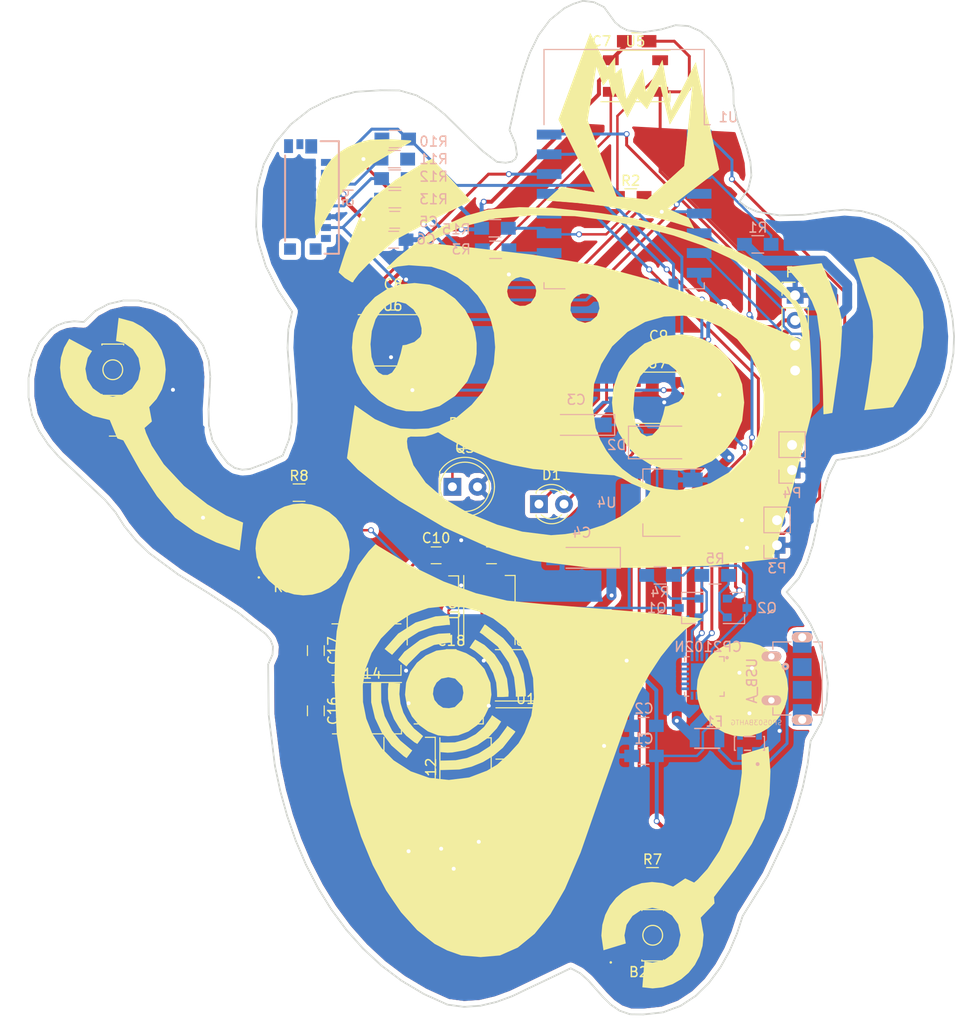
<source format=kicad_pcb>
(kicad_pcb (version 4) (host pcbnew 4.0.7)
  (layers (0 F.Cu signal) (31 B.Cu signal) (34 B.Paste user) (35 F.Paste user) (36 B.SilkS user) (37 F.SilkS user hide) (38 B.Mask user) (39 F.Mask user) (44 Edge.Cuts user))
  (net 0 "")
  (net 1 +3V3)
  (net 2 GND)
  (net 3 "Net-(C3-Pad1)")
  (net 4 "Net-(D1-Pad1)")
  (net 5 IRL)
  (net 6 /VBUS)
  (net 7 "Net-(F1-Pad1)")
  (net 8 "Net-(P1-Pad3)")
  (net 9 "Net-(P1-Pad2)")
  (net 10 SCL)
  (net 11 SDA)
  (net 12 "Net-(P5-Pad1)")
  (net 13 CS)
  (net 14 MOSI)
  (net 15 CLK)
  (net 16 MISO)
  (net 17 "Net-(P5-Pad8)")
  (net 18 "Net-(Q1-Pad1)")
  (net 19 RTS)
  (net 20 RST)
  (net 21 "Net-(Q2-Pad1)")
  (net 22 GPIO0)
  (net 23 DTR)
  (net 24 IRT)
  (net 25 "Net-(R1-Pad1)")
  (net 26 np)
  (net 27 "Net-(R3-Pad2)")
  (net 28 B1)
  (net 29 B2)
  (net 30 "Net-(U1-Pad2)")
  (net 31 "Net-(U1-Pad11)")
  (net 32 "Net-(U1-Pad12)")
  (net 33 RXD)
  (net 34 TXD)
  (net 35 "Net-(U2-Pad1)")
  (net 36 "Net-(U2-Pad9)")
  (net 37 "Net-(U2-Pad10)")
  (net 38 "Net-(U2-Pad11)")
  (net 39 "Net-(U2-Pad12)")
  (net 40 "Net-(U2-Pad13)")
  (net 41 "Net-(U2-Pad14)")
  (net 42 "Net-(U2-Pad15)")
  (net 43 "Net-(U2-Pad16)")
  (net 44 "Net-(U2-Pad17)")
  (net 45 "Net-(U2-Pad18)")
  (net 46 "Net-(U2-Pad22)")
  (net 47 "Net-(U2-Pad24)")
  (net 48 "Net-(U3-Pad2)")
  (net 49 "Net-(U5-Pad2)")
  (net 50 "Net-(U6-Pad2)")
  (net 51 "Net-(U7-Pad2)")
  (net 52 np1)
  (net 53 "Net-(U10-Pad4)")
  (net 54 "Net-(U10-Pad2)")
  (net 55 "Net-(U11-Pad2)")
  (net 56 np2)
  (net 57 "Net-(U13-Pad2)")
  (net 58 "Net-(U14-Pad2)")
  (net 59 "Net-(U15-Pad2)")
  (net 60 "Net-(U16-Pad2)")
  (net 61 /GPIO2)
  (module Capacitors_SMD:C_0805_HandSoldering (layer B.Cu) (at 90.404 130.556 180)
    (fp_text reference C1 (at 0 1.75 180) (layer B.SilkS) (effects (justify mirror)))
    (fp_text value 4.7uF)
    (pad 1 smd rect (at -1.25 0 180) (size 1.5 1.25) (layers B.Cu B.Paste B.Mask) (net 1 +3V3))
    (pad 2 smd rect (at 1.25 0 180) (size 1.5 1.25) (layers B.Cu B.Paste B.Mask) (net 2 GND))
  )
  (module Capacitors_SMD:C_0805_HandSoldering (layer B.Cu) (at 90.404 127.508 180)
    (fp_text reference C2 (at 0 1.75 180) (layer B.SilkS) (effects (justify mirror)))
    (fp_text value 0.1uF)
    (pad 1 smd rect (at -1.25 0 180) (size 1.5 1.25) (layers B.Cu B.Paste B.Mask) (net 1 +3V3))
    (pad 2 smd rect (at 1.25 0 180) (size 1.5 1.25) (layers B.Cu B.Paste B.Mask) (net 2 GND))
  )
  (module Capacitors_SMD:C_0805_HandSoldering (layer B.Cu) (at 65.14 76.25)
    (fp_text reference C5 (at 3.44 0.204) (layer B.SilkS) (effects (justify mirror)))
    (fp_text value 4.7uF)
    (pad 1 smd rect (at -1.25 0) (size 1.5 1.25) (layers B.Cu B.Paste B.Mask) (net 1 +3V3))
    (pad 2 smd rect (at 1.25 0) (size 1.5 1.25) (layers B.Cu B.Paste B.Mask) (net 2 GND))
  )
  (module Capacitors_SMD:C_0805_HandSoldering (layer B.Cu) (at 65.04 78.27)
    (fp_text reference C6 (at 3.286 -0.038) (layer B.SilkS) (effects (justify mirror)))
    (fp_text value 0.1uF)
    (pad 1 smd rect (at -1.25 0) (size 1.5 1.25) (layers B.Cu B.Paste B.Mask) (net 1 +3V3))
    (pad 2 smd rect (at 1.25 0) (size 1.5 1.25) (layers B.Cu B.Paste B.Mask) (net 2 GND))
  )
  (module Capacitors_SMD:C_0805_HandSoldering (layer F.Cu) (at 89.662 58.166)
    (fp_text reference C7 (at -3.556 0) (layer F.SilkS))
    (fp_text value 0.1uF)
    (pad 1 smd rect (at -1.25 0) (size 1.5 1.25) (layers F.Cu F.Paste F.Mask) (net 1 +3V3))
    (pad 2 smd rect (at 1.25 0) (size 1.5 1.25) (layers F.Cu F.Paste F.Mask) (net 2 GND))
  )
  (module Capacitors_SMD:C_0805_HandSoldering (layer F.Cu) (at 64.99 84.54)
    (fp_text reference C8 (at 0 -1.75) (layer F.SilkS))
    (fp_text value 0.1uF)
    (pad 1 smd rect (at -1.25 0) (size 1.5 1.25) (layers F.Cu F.Paste F.Mask) (net 1 +3V3))
    (pad 2 smd rect (at 1.25 0) (size 1.5 1.25) (layers F.Cu F.Paste F.Mask) (net 2 GND))
  )
  (module Capacitors_SMD:C_0805_HandSoldering (layer F.Cu) (at 91.88 89.76)
    (fp_text reference C9 (at 0 -1.75) (layer F.SilkS))
    (fp_text value 0.1uF)
    (pad 1 smd rect (at -1.25 0) (size 1.5 1.25) (layers F.Cu F.Paste F.Mask) (net 1 +3V3))
    (pad 2 smd rect (at 1.25 0) (size 1.5 1.25) (layers F.Cu F.Paste F.Mask) (net 2 GND))
  )
  (module Capacitors_SMD:C_0805_HandSoldering (layer F.Cu) (at 69.342 110.236)
    (fp_text reference C10 (at 0 -1.75) (layer F.SilkS))
    (fp_text value 0.1uF)
    (pad 1 smd rect (at -1.25 0) (size 1.5 1.25) (layers F.Cu F.Paste F.Mask) (net 1 +3V3))
    (pad 2 smd rect (at 1.25 0) (size 1.5 1.25) (layers F.Cu F.Paste F.Mask) (net 2 GND))
  )
  (module Capacitors_SMD:C_0805_HandSoldering (layer F.Cu) (at 74.95 110.236)
    (fp_text reference C11 (at 0 -1.75) (layer F.SilkS))
    (fp_text value 0.1uF)
    (pad 1 smd rect (at -1.25 0) (size 1.5 1.25) (layers F.Cu F.Paste F.Mask) (net 1 +3V3))
    (pad 2 smd rect (at 1.25 0) (size 1.5 1.25) (layers F.Cu F.Paste F.Mask) (net 2 GND))
  )
  (module Capacitors_SMD:C_0805_HandSoldering (layer F.Cu) (at 84.074 122.174 270)
    (fp_text reference C12 (at 0 -1.75 270) (layer F.SilkS))
    (fp_text value 0.1uF)
    (pad 1 smd rect (at -1.25 0 270) (size 1.5 1.25) (layers F.Cu F.Paste F.Mask) (net 1 +3V3))
    (pad 2 smd rect (at 1.25 0 270) (size 1.5 1.25) (layers F.Cu F.Paste F.Mask) (net 2 GND))
  )
  (module Capacitors_SMD:C_0805_HandSoldering (layer F.Cu) (at 84.074 128.27 270)
    (fp_text reference C13 (at 0 -1.75 270) (layer F.SilkS))
    (fp_text value 0.1uF)
    (pad 1 smd rect (at -1.25 0 270) (size 1.5 1.25) (layers F.Cu F.Paste F.Mask) (net 1 +3V3))
    (pad 2 smd rect (at 1.25 0 270) (size 1.5 1.25) (layers F.Cu F.Paste F.Mask) (net 2 GND))
  )
  (module Capacitors_SMD:C_0805_HandSoldering (layer F.Cu) (at 72.39 137.668)
    (fp_text reference C14 (at 0 -1.75) (layer F.SilkS))
    (fp_text value 0.1uF)
    (pad 1 smd rect (at -1.25 0) (size 1.5 1.25) (layers F.Cu F.Paste F.Mask) (net 1 +3V3))
    (pad 2 smd rect (at 1.25 0) (size 1.5 1.25) (layers F.Cu F.Paste F.Mask) (net 2 GND))
  )
  (module Capacitors_SMD:C_0805_HandSoldering (layer F.Cu) (at 66.548 137.16)
    (fp_text reference C15 (at 0 -1.75) (layer F.SilkS))
    (fp_text value 0.1uF)
    (pad 1 smd rect (at -1.25 0) (size 1.5 1.25) (layers F.Cu F.Paste F.Mask) (net 1 +3V3))
    (pad 2 smd rect (at 1.25 0) (size 1.5 1.25) (layers F.Cu F.Paste F.Mask) (net 2 GND))
  )
  (module Capacitors_SMD:C_0805_HandSoldering (layer F.Cu) (at 57.15 125.984 270)
    (fp_text reference C16 (at 0 -1.75 270) (layer F.SilkS))
    (fp_text value 0.1uF)
    (pad 1 smd rect (at -1.25 0 270) (size 1.5 1.25) (layers F.Cu F.Paste F.Mask) (net 1 +3V3))
    (pad 2 smd rect (at 1.25 0 270) (size 1.5 1.25) (layers F.Cu F.Paste F.Mask) (net 2 GND))
  )
  (module Capacitors_SMD:C_0805_HandSoldering (layer F.Cu) (at 57.15 119.888 270)
    (fp_text reference C17 (at 0 -1.75 270) (layer F.SilkS))
    (fp_text value 0.1uF)
    (pad 1 smd rect (at -1.25 0 270) (size 1.5 1.25) (layers F.Cu F.Paste F.Mask) (net 1 +3V3))
    (pad 2 smd rect (at 1.25 0 270) (size 1.5 1.25) (layers F.Cu F.Paste F.Mask) (net 2 GND))
  )
  (module Capacitors_SMD:C_0805_HandSoldering (layer F.Cu) (at 70.866 120.65)
    (fp_text reference C18 (at 0 -1.75) (layer F.SilkS))
    (fp_text value 0.1uF)
    (pad 1 smd rect (at -1.25 0) (size 1.5 1.25) (layers F.Cu F.Paste F.Mask) (net 1 +3V3))
    (pad 2 smd rect (at 1.25 0) (size 1.5 1.25) (layers F.Cu F.Paste F.Mask) (net 2 GND))
  )
  (module LEDs:LED_D3.0mm (layer F.Cu) (at 79.76 105.05)
    (fp_text reference D1 (at 1.27 -2.96) (layer F.SilkS))
    (fp_text value LED)
    (pad 1 thru_hole rect (at 0 0) (size 1.8 1.8) (drill 0.9) (layers *.Cu *.Mask) (net 4 "Net-(D1-Pad1)"))
    (pad 2 thru_hole circle (at 2.54 0) (size 1.8 1.8) (drill 0.9) (layers *.Cu *.Mask) (net 5 IRL))
  )
  (module Diodes_SMD:D_SMA (layer B.Cu) (at 92.234 98.806)
    (fp_text reference D2 (at -4.604 0.254) (layer B.SilkS) (effects (justify mirror)))
    (fp_text value Diode)
    (pad 1 smd rect (at -2 0) (size 2.5 1.8) (layers B.Cu B.Paste B.Mask) (net 3 "Net-(C3-Pad1)"))
    (pad 2 smd rect (at 2 0) (size 2.5 1.8) (layers B.Cu B.Paste B.Mask) (net 6 /VBUS))
  )
  (module talentBadge:0440.500WRA (layer B.Cu) (at 98.044 128.778 180)
    (fp_text reference F1 (at 0.5 1.7 180) (layer B.SilkS) (effects (justify mirror)))
    (fp_text value Fuse_Small)
    (pad 1 smd rect (at 0 0 180) (size 1 1.8) (layers B.Cu B.Paste B.Mask) (net 7 "Net-(F1-Pad1)"))
    (pad 2 smd rect (at 2.5 0 180) (size 1 1.8) (layers B.Cu B.Paste B.Mask) (net 6 /VBUS))
  )
  (module talentBadge:629105150921 (layer B.Cu) (at 106.312 122.652 270)
    (fp_text reference P1)
    (fp_text value USB_A (at 0.284 4.966 270) (layer B.SilkS) (effects (justify mirror)))
    (pad SHEL thru_hole oval (at 2.275 3 180) (size 2 1) (drill 0.65) (layers *.Cu *.Mask B.SilkS))
    (pad SHEL thru_hole oval (at 4.235 -0.125 180) (size 2.1 1.05) (drill 0.825) (layers *.Cu *.Mask B.SilkS))
    (pad SHEL thru_hole oval (at -4.115 -0.125 180) (size 2.1 1.05) (drill 0.825) (layers *.Cu *.Mask B.SilkS))
    (pad SGEL smd rect (at 1.21 -0.125 90) (size 1.8 1.9) (layers B.Cu B.Paste B.Mask))
    (pad 3 smd rect (at 0.06 2.68 270) (size 0.4 1.35) (layers B.Cu B.Paste B.Mask) (net 8 "Net-(P1-Pad3)"))
    (pad 4 smd rect (at 0.71 2.68 270) (size 0.4 1.35) (layers B.Cu B.Paste B.Mask) (net 2 GND))
    (pad 5 smd rect (at 1.36 2.68 270) (size 0.4 1.35) (layers B.Cu B.Paste B.Mask) (net 2 GND))
    (pad SHEL smd rect (at 3.7525 -0.125 270) (size 2.185 1.9) (layers B.Cu B.Paste B.Mask))
    (pad SHEL smd rect (at -1.09 -0.125 90) (size 1.8 1.9) (layers B.Cu B.Paste B.Mask))
    (pad 1 smd rect (at -1.24 2.68 270) (size 0.4 1.35) (layers B.Cu B.Paste B.Mask) (net 7 "Net-(F1-Pad1)"))
    (pad 2 smd rect (at -0.59 2.68 270) (size 0.4 1.35) (layers B.Cu B.Paste B.Mask) (net 9 "Net-(P1-Pad2)"))
    (pad SHEL smd rect (at -3.6325 -0.125 270) (size 2.185 1.9) (layers B.Cu B.Paste B.Mask))
    (pad SHEL thru_hole oval (at -2.175 3 180) (size 2 1) (drill 0.65) (layers *.Cu *.Mask B.SilkS))
  )
  (module Pin_Headers:Pin_Header_Straight_1x04_Pitch2.54mm (layer F.Cu) (at 105.72 83.9)
    (fp_text reference P2 (at 0 -2.33) (layer F.SilkS))
    (fp_text value OLED)
    (pad 1 thru_hole rect (at 0 0) (size 1.7 1.7) (drill 1) (layers *.Cu *.Mask) (net 2 GND))
    (pad 2 thru_hole oval (at 0 2.54) (size 1.7 1.7) (drill 1) (layers *.Cu *.Mask) (net 1 +3V3))
    (pad 3 thru_hole oval (at 0 5.08) (size 1.7 1.7) (drill 1) (layers *.Cu *.Mask) (net 10 SCL))
    (pad 4 thru_hole oval (at 0 7.62) (size 1.7 1.7) (drill 1) (layers *.Cu *.Mask) (net 11 SDA))
  )
  (module Pin_Headers:Pin_Header_Straight_1x02_Pitch2.54mm (layer B.Cu) (at 103.886 109.22)
    (fp_text reference P3 (at 0 2.33) (layer B.SilkS) (effects (justify mirror)))
    (fp_text value Batt)
    (pad 1 thru_hole rect (at 0 0) (size 1.7 1.7) (drill 1) (layers *.Cu *.Mask) (net 2 GND))
    (pad 2 thru_hole oval (at 0 -2.54) (size 1.7 1.7) (drill 1) (layers *.Cu *.Mask) (net 3 "Net-(C3-Pad1)"))
  )
  (module Pin_Headers:Pin_Header_Straight_1x02_Pitch2.54mm (layer B.Cu) (at 105.41 101.6)
    (fp_text reference P4 (at 0 2.33) (layer B.SilkS) (effects (justify mirror)))
    (fp_text value PS)
    (pad 1 thru_hole rect (at 0 0) (size 1.7 1.7) (drill 1) (layers *.Cu *.Mask) (net 2 GND))
    (pad 2 thru_hole oval (at 0 -2.54) (size 1.7 1.7) (drill 1) (layers *.Cu *.Mask) (net 3 "Net-(C3-Pad1)"))
  )
  (module TO_SOT_Packages_SMD:SOT-23 (layer B.Cu) (at 94.98 115.57 180)
    (fp_text reference Q1 (at 3.286 0 180) (layer B.SilkS) (effects (justify mirror)))
    (fp_text value MMBT3904)
    (pad 1 smd rect (at -1 0.95 180) (size 0.9 0.8) (layers B.Cu B.Paste B.Mask) (net 18 "Net-(Q1-Pad1)"))
    (pad 2 smd rect (at -1 -0.95 180) (size 0.9 0.8) (layers B.Cu B.Paste B.Mask) (net 19 RTS))
    (pad 3 smd rect (at 1 0 180) (size 0.9 0.8) (layers B.Cu B.Paste B.Mask) (net 20 RST))
  )
  (module TO_SOT_Packages_SMD:SOT-23 (layer B.Cu) (at 99.838 115.57)
    (fp_text reference Q2 (at 3.032 0) (layer B.SilkS) (effects (justify mirror)))
    (fp_text value MMBT3904)
    (pad 1 smd rect (at -1 0.95) (size 0.9 0.8) (layers B.Cu B.Paste B.Mask) (net 21 "Net-(Q2-Pad1)"))
    (pad 2 smd rect (at -1 -0.95) (size 0.9 0.8) (layers B.Cu B.Paste B.Mask) (net 22 GPIO0))
    (pad 3 smd rect (at 1 0) (size 0.9 0.8) (layers B.Cu B.Paste B.Mask) (net 23 DTR))
  )
  (module LEDs:LED_D5.0mm (layer F.Cu) (at 70.99 103.3)
    (fp_text reference Q3 (at 1.27 -3.96) (layer F.SilkS))
    (fp_text value "IR phototransistor")
    (pad 1 thru_hole rect (at 0 0) (size 1.8 1.8) (drill 0.9) (layers *.Cu *.Mask) (net 24 IRT))
    (pad 2 thru_hole circle (at 2.54 0) (size 1.8 1.8) (drill 0.9) (layers *.Cu *.Mask) (net 2 GND))
  )
  (module Resistors_SMD:R_0805_HandSoldering (layer B.Cu) (at 101.934 78.74 180)
    (fp_text reference R1 (at 0 1.7 180) (layer B.SilkS) (effects (justify mirror)))
    (fp_text value 10k)
    (pad 1 smd rect (at -1.35 0 180) (size 1.5 1.3) (layers B.Cu B.Paste B.Mask) (net 25 "Net-(R1-Pad1)"))
    (pad 2 smd rect (at 1.35 0 180) (size 1.5 1.3) (layers B.Cu B.Paste B.Mask) (net 1 +3V3))
  )
  (module Resistors_SMD:R_0805_HandSoldering (layer F.Cu) (at 89.06 73.99)
    (fp_text reference R2 (at 0 -1.7) (layer F.SilkS))
    (fp_text value 470)
    (pad 1 smd rect (at -1.35 0) (size 1.5 1.3) (layers F.Cu F.Paste F.Mask) (net 26 np))
    (pad 2 smd rect (at 1.35 0) (size 1.5 1.3) (layers F.Cu F.Paste F.Mask) (net 61 /GPIO2))
  )
  (module Resistors_SMD:R_0805_HandSoldering (layer B.Cu) (at 75.37 79.29)
    (fp_text reference R3 (at -3.488 -0.042) (layer B.SilkS) (effects (justify mirror)))
    (fp_text value 1k)
    (pad 1 smd rect (at -1.35 0) (size 1.5 1.3) (layers B.Cu B.Paste B.Mask) (net 2 GND))
    (pad 2 smd rect (at 1.35 0) (size 1.5 1.3) (layers B.Cu B.Paste B.Mask) (net 27 "Net-(R3-Pad2)"))
  )
  (module Resistors_SMD:R_0805_HandSoldering (layer B.Cu) (at 92.028 112.268)
    (fp_text reference R4 (at 0 1.7) (layer B.SilkS) (effects (justify mirror)))
    (fp_text value 10k)
    (pad 1 smd rect (at -1.35 0) (size 1.5 1.3) (layers B.Cu B.Paste B.Mask) (net 18 "Net-(Q1-Pad1)"))
    (pad 2 smd rect (at 1.35 0) (size 1.5 1.3) (layers B.Cu B.Paste B.Mask) (net 23 DTR))
  )
  (module Resistors_SMD:R_0805_HandSoldering (layer B.Cu) (at 97.616 112.268 180)
    (fp_text reference R5 (at 0 1.7 180) (layer B.SilkS) (effects (justify mirror)))
    (fp_text value 10k)
    (pad 1 smd rect (at -1.35 0 180) (size 1.5 1.3) (layers B.Cu B.Paste B.Mask) (net 21 "Net-(Q2-Pad1)"))
    (pad 2 smd rect (at 1.35 0 180) (size 1.5 1.3) (layers B.Cu B.Paste B.Mask) (net 19 RTS))
  )
  (module Resistors_SMD:R_0805_HandSoldering (layer F.Cu) (at 36.83 97.282)
    (fp_text reference R6 (at 0 -1.7) (layer F.SilkS))
    (fp_text value 10k)
    (pad 1 smd rect (at -1.35 0) (size 1.5 1.3) (layers F.Cu F.Paste F.Mask) (net 28 B1))
    (pad 2 smd rect (at 1.35 0) (size 1.5 1.3) (layers F.Cu F.Paste F.Mask) (net 1 +3V3))
  )
  (module Resistors_SMD:R_0805_HandSoldering (layer F.Cu) (at 91.266 142.748)
    (fp_text reference R7 (at 0 -1.7) (layer F.SilkS))
    (fp_text value 10k)
    (pad 1 smd rect (at -1.35 0) (size 1.5 1.3) (layers F.Cu F.Paste F.Mask) (net 29 B2))
    (pad 2 smd rect (at 1.35 0) (size 1.5 1.3) (layers F.Cu F.Paste F.Mask) (net 1 +3V3))
  )
  (module Resistors_SMD:R_0805_HandSoldering (layer F.Cu) (at 55.452 103.886)
    (fp_text reference R8 (at 0 -1.7) (layer F.SilkS))
    (fp_text value 10k)
    (pad 1 smd rect (at -1.35 0) (size 1.5 1.3) (layers F.Cu F.Paste F.Mask) (net 20 RST))
    (pad 2 smd rect (at 1.35 0) (size 1.5 1.3) (layers F.Cu F.Paste F.Mask) (net 1 +3V3))
  )
  (module Resistors_SMD:R_0805_HandSoldering (layer F.Cu) (at 81.36 100.584)
    (fp_text reference R9 (at 0 -1.7) (layer F.SilkS))
    (fp_text value 100)
    (pad 1 smd rect (at -1.35 0) (size 1.5 1.3) (layers F.Cu F.Paste F.Mask) (net 2 GND))
    (pad 2 smd rect (at 1.35 0) (size 1.5 1.3) (layers F.Cu F.Paste F.Mask) (net 4 "Net-(D1-Pad1)"))
  )
  (module Resistors_SMD:R_0805_HandSoldering (layer B.Cu) (at 65.198 68.072)
    (fp_text reference R10 (at 3.89 0.254) (layer B.SilkS) (effects (justify mirror)))
    (fp_text value 10k)
    (pad 1 smd rect (at -1.35 0) (size 1.5 1.3) (layers B.Cu B.Paste B.Mask) (net 1 +3V3))
    (pad 2 smd rect (at 1.35 0) (size 1.5 1.3) (layers B.Cu B.Paste B.Mask) (net 13 CS))
  )
  (module Resistors_SMD:R_0805_HandSoldering (layer B.Cu) (at 65.104 70.104 180)
    (fp_text reference R11 (at -3.984 0 180) (layer B.SilkS) (effects (justify mirror)))
    (fp_text value 10k)
    (pad 1 smd rect (at -1.35 0 180) (size 1.5 1.3) (layers B.Cu B.Paste B.Mask) (net 1 +3V3))
    (pad 2 smd rect (at 1.35 0 180) (size 1.5 1.3) (layers B.Cu B.Paste B.Mask) (net 14 MOSI))
  )
  (module Resistors_SMD:R_0805_HandSoldering (layer B.Cu) (at 65.16 72.08 180)
    (fp_text reference R12 (at -3.928 0.198 180) (layer B.SilkS) (effects (justify mirror)))
    (fp_text value 10k)
    (pad 1 smd rect (at -1.35 0 180) (size 1.5 1.3) (layers B.Cu B.Paste B.Mask) (net 1 +3V3))
    (pad 2 smd rect (at 1.35 0 180) (size 1.5 1.3) (layers B.Cu B.Paste B.Mask) (net 15 CLK))
  )
  (module Resistors_SMD:R_0805_HandSoldering (layer B.Cu) (at 65.16 74.16 180)
    (fp_text reference R13 (at -3.928 -0.008 180) (layer B.SilkS) (effects (justify mirror)))
    (fp_text value 10k)
    (pad 1 smd rect (at -1.35 0 180) (size 1.5 1.3) (layers B.Cu B.Paste B.Mask) (net 1 +3V3))
    (pad 2 smd rect (at 1.35 0 180) (size 1.5 1.3) (layers B.Cu B.Paste B.Mask) (net 16 MISO))
  )
  (module Resistors_SMD:R_0805_HandSoldering (layer F.Cu) (at 72.056 98.552)
    (fp_text reference R14 (at 0 -1.7) (layer F.SilkS))
    (fp_text value 10k)
    (pad 1 smd rect (at -1.35 0) (size 1.5 1.3) (layers F.Cu F.Paste F.Mask) (net 1 +3V3))
    (pad 2 smd rect (at 1.35 0) (size 1.5 1.3) (layers F.Cu F.Paste F.Mask) (net 24 IRT))
  )
  (module talentBadge:SW_TL3342F160QG (layer F.Cu) (at 36.576 91.44)
    (fp_text reference SW1)
    (fp_text value B1 (at -1.42837 3.72378) (layer F.SilkS))
    (pad 2 smd rect (at -3.15 -1.9) (size 1.7 1) (layers F.Cu F.Paste F.Mask) (net 28 B1))
    (pad 2 smd rect (at 3.15 -1.9) (size 1.7 1) (layers F.Cu F.Paste F.Mask) (net 28 B1))
    (pad 1 smd rect (at -3.15 1.9) (size 1.7 1) (layers F.Cu F.Paste F.Mask) (net 2 GND))
    (pad 1 smd rect (at 3.15 1.9) (size 1.7 1) (layers F.Cu F.Paste F.Mask) (net 2 GND))
  )
  (module talentBadge:SW_TL3342F160QG (layer F.Cu) (at 91.288 148.722)
    (fp_text reference SW2)
    (fp_text value B2 (at -1.42837 3.72378) (layer F.SilkS))
    (pad 2 smd rect (at -3.15 -1.9) (size 1.7 1) (layers F.Cu F.Paste F.Mask) (net 29 B2))
    (pad 2 smd rect (at 3.15 -1.9) (size 1.7 1) (layers F.Cu F.Paste F.Mask) (net 29 B2))
    (pad 1 smd rect (at -3.15 1.9) (size 1.7 1) (layers F.Cu F.Paste F.Mask) (net 2 GND))
    (pad 1 smd rect (at 3.15 1.9) (size 1.7 1) (layers F.Cu F.Paste F.Mask) (net 2 GND))
  )
  (module talentBadge:SW_TL3342F160QG (layer F.Cu) (at 55.626 109.728)
    (fp_text reference SW3)
    (fp_text value RST (at -1.42837 3.72378) (layer F.SilkS))
    (pad 2 smd rect (at -3.15 -1.9) (size 1.7 1) (layers F.Cu F.Paste F.Mask) (net 20 RST))
    (pad 2 smd rect (at 3.15 -1.9) (size 1.7 1) (layers F.Cu F.Paste F.Mask) (net 20 RST))
    (pad 1 smd rect (at -3.15 1.9) (size 1.7 1) (layers F.Cu F.Paste F.Mask) (net 2 GND))
    (pad 1 smd rect (at 3.15 1.9) (size 1.7 1) (layers F.Cu F.Paste F.Mask) (net 2 GND))
  )
  (module talentBadge:QFN-24-5x5mm_Pitch0.50mm (layer B.Cu) (at 96.524 122.505 180)
    (fp_text reference U2)
    (fp_text value CP2102N (at -0.38 3 180) (layer B.SilkS) (effects (justify mirror)))
    (pad 1 smd rect (at -1.955 1.25 180) (size 0.81 0.27) (layers B.Cu B.Paste B.Mask) (net 35 "Net-(U2-Pad1)"))
    (pad 2 smd rect (at -1.955 0.75 180) (size 0.81 0.27) (layers B.Cu B.Paste B.Mask) (net 2 GND))
    (pad 3 smd rect (at -1.955 0.25 180) (size 0.81 0.27) (layers B.Cu B.Paste B.Mask) (net 8 "Net-(P1-Pad3)"))
    (pad 4 smd rect (at -1.955 -0.25 180) (size 0.81 0.27) (layers B.Cu B.Paste B.Mask) (net 9 "Net-(P1-Pad2)"))
    (pad 5 smd rect (at -1.955 -0.75 180) (size 0.81 0.27) (layers B.Cu B.Paste B.Mask) (net 1 +3V3))
    (pad 6 smd rect (at -1.955 -1.25 180) (size 0.81 0.27) (layers B.Cu B.Paste B.Mask) (net 1 +3V3))
    (pad 7 smd rect (at -1.25 -1.955 90) (size 0.81 0.27) (layers B.Cu B.Paste B.Mask) (net 1 +3V3))
    (pad 8 smd rect (at -0.75 -1.955 90) (size 0.81 0.27) (layers B.Cu B.Paste B.Mask) (net 6 /VBUS))
    (pad 9 smd rect (at -0.25 -1.955 90) (size 0.81 0.27) (layers B.Cu B.Paste B.Mask) (net 36 "Net-(U2-Pad9)"))
    (pad 10 smd rect (at 0.25 -1.955 90) (size 0.81 0.27) (layers B.Cu B.Paste B.Mask) (net 37 "Net-(U2-Pad10)"))
    (pad 11 smd rect (at 0.75 -1.955 90) (size 0.81 0.27) (layers B.Cu B.Paste B.Mask) (net 38 "Net-(U2-Pad11)"))
    (pad 12 smd rect (at 1.25 -1.955 90) (size 0.81 0.27) (layers B.Cu B.Paste B.Mask) (net 39 "Net-(U2-Pad12)"))
    (pad 13 smd rect (at 1.955 -1.25) (size 0.81 0.27) (layers B.Cu B.Paste B.Mask) (net 40 "Net-(U2-Pad13)"))
    (pad 14 smd rect (at 1.955 -0.75) (size 0.81 0.27) (layers B.Cu B.Paste B.Mask) (net 41 "Net-(U2-Pad14)"))
    (pad 15 smd rect (at 1.955 -0.25) (size 0.81 0.27) (layers B.Cu B.Paste B.Mask) (net 42 "Net-(U2-Pad15)"))
    (pad 16 smd rect (at 1.955 0.25) (size 0.81 0.27) (layers B.Cu B.Paste B.Mask) (net 43 "Net-(U2-Pad16)"))
    (pad 17 smd rect (at 1.955 0.75) (size 0.81 0.27) (layers B.Cu B.Paste B.Mask) (net 44 "Net-(U2-Pad17)"))
    (pad 18 smd rect (at 1.955 1.25) (size 0.81 0.27) (layers B.Cu B.Paste B.Mask) (net 45 "Net-(U2-Pad18)"))
    (pad 19 smd rect (at 1.25 1.955 270) (size 0.81 0.27) (layers B.Cu B.Paste B.Mask) (net 19 RTS))
    (pad 20 smd rect (at 0.75 1.955 270) (size 0.81 0.27) (layers B.Cu B.Paste B.Mask) (net 33 RXD))
    (pad 21 smd rect (at 0.25 1.955 270) (size 0.81 0.27) (layers B.Cu B.Paste B.Mask) (net 34 TXD))
    (pad 22 smd rect (at -0.25 1.955 270) (size 0.81 0.27) (layers B.Cu B.Paste B.Mask) (net 46 "Net-(U2-Pad22)"))
    (pad 23 smd rect (at -0.75 1.955 270) (size 0.81 0.27) (layers B.Cu B.Paste B.Mask) (net 23 DTR))
    (pad 24 smd rect (at -1.25 1.955 270) (size 0.81 0.27) (layers B.Cu B.Paste B.Mask) (net 47 "Net-(U2-Pad24)"))
    (pad 25 smd rect (at 0.02 -0.02 270) (size 2.7 2.7) (layers B.Cu B.Paste B.Mask) (net 2 GND))
  )
  (module talentBadge:SOT143 (layer B.Cu) (at 101.092 129.286 180)
    (fp_text reference U3)
    (fp_text value SP0503BAHTG (at -0.7 2.1 180) (layer B.SilkS) (effects (font (size 0.5 0.5) (thickness 0.05)) (justify mirror)))
    (pad 1 smd rect (at -0.76 -1.025 180) (size 0.99 1.3) (layers B.Cu B.Paste B.Mask) (net 2 GND))
    (pad 2 smd rect (at 0.96 -1.025 180) (size 0.59 1.3) (layers B.Cu B.Paste B.Mask) (net 48 "Net-(U3-Pad2)"))
    (pad 3 smd rect (at 0.96 1.025 180) (size 0.59 1.3) (layers B.Cu B.Paste B.Mask) (net 9 "Net-(P1-Pad2)"))
    (pad 4 smd rect (at -0.96 1.025 180) (size 0.59 1.3) (layers B.Cu B.Paste B.Mask) (net 8 "Net-(P1-Pad3)"))
  )
  (module TO_SOT_Packages_SMD:SOT-223 (layer B.Cu) (at 92.202 104.902 180)
    (fp_text reference U4 (at 5.588 0 180) (layer B.SilkS) (effects (justify mirror)))
    (fp_text value AP111733)
    (pad 4 smd rect (at 3.15 0 180) (size 2 3.8) (layers B.Cu B.Paste B.Mask) (net 1 +3V3))
    (pad 2 smd rect (at -3.15 0 180) (size 2 1.5) (layers B.Cu B.Paste B.Mask) (net 1 +3V3))
    (pad 3 smd rect (at -3.15 -2.3 180) (size 2 1.5) (layers B.Cu B.Paste B.Mask) (net 3 "Net-(C3-Pad1)"))
    (pad 1 smd rect (at -3.15 2.3 180) (size 2 1.5) (layers B.Cu B.Paste B.Mask) (net 2 GND))
  )
  (module LEDs:LED_WS2812B-PLCC4 (layer F.Cu) (at 89.54 61.69)
    (fp_text reference U5 (at 0 -3.5) (layer F.SilkS))
    (fp_text value ws2812b)
    (pad 3 smd rect (at 2.5 1.6) (size 1.6 1) (layers F.Cu F.Paste F.Mask) (net 2 GND))
    (pad 4 smd rect (at 2.5 -1.6) (size 1.6 1) (layers F.Cu F.Paste F.Mask) (net 26 np))
    (pad 2 smd rect (at -2.5 1.6) (size 1.6 1) (layers F.Cu F.Paste F.Mask) (net 49 "Net-(U5-Pad2)"))
    (pad 1 smd rect (at -2.5 -1.6) (size 1.6 1) (layers F.Cu F.Paste F.Mask) (net 1 +3V3))
  )
  (module LEDs:LED_WS2812B-PLCC4 (layer F.Cu) (at 64.94 88.46)
    (fp_text reference U6 (at 0 -3.5) (layer F.SilkS))
    (fp_text value ws2812b)
    (pad 3 smd rect (at 2.5 1.6) (size 1.6 1) (layers F.Cu F.Paste F.Mask) (net 2 GND))
    (pad 4 smd rect (at 2.5 -1.6) (size 1.6 1) (layers F.Cu F.Paste F.Mask) (net 49 "Net-(U5-Pad2)"))
    (pad 2 smd rect (at -2.5 1.6) (size 1.6 1) (layers F.Cu F.Paste F.Mask) (net 50 "Net-(U6-Pad2)"))
    (pad 1 smd rect (at -2.5 -1.6) (size 1.6 1) (layers F.Cu F.Paste F.Mask) (net 1 +3V3))
  )
  (module LEDs:LED_WS2812B-PLCC4 (layer F.Cu) (at 91.77 94.28)
    (fp_text reference U7 (at 0 -3.5) (layer F.SilkS))
    (fp_text value ws2812b)
    (pad 3 smd rect (at 2.5 1.6) (size 1.6 1) (layers F.Cu F.Paste F.Mask) (net 2 GND))
    (pad 4 smd rect (at 2.5 -1.6) (size 1.6 1) (layers F.Cu F.Paste F.Mask) (net 50 "Net-(U6-Pad2)"))
    (pad 2 smd rect (at -2.5 1.6) (size 1.6 1) (layers F.Cu F.Paste F.Mask) (net 51 "Net-(U7-Pad2)"))
    (pad 1 smd rect (at -2.5 -1.6) (size 1.6 1) (layers F.Cu F.Paste F.Mask) (net 1 +3V3))
  )
  (module LEDs:LED_WS2812B-PLCC4 (layer F.Cu) (at 69.01 115.82 90)
    (fp_text reference U8 (at 0 -3.5 90) (layer F.SilkS))
    (fp_text value ws2812b)
    (pad 3 smd rect (at 2.5 1.6 90) (size 1.6 1) (layers F.Cu F.Paste F.Mask) (net 2 GND))
    (pad 4 smd rect (at 2.5 -1.6 90) (size 1.6 1) (layers F.Cu F.Paste F.Mask) (net 51 "Net-(U7-Pad2)"))
    (pad 2 smd rect (at -2.5 1.6 90) (size 1.6 1) (layers F.Cu F.Paste F.Mask) (net 52 np1))
    (pad 1 smd rect (at -2.5 -1.6 90) (size 1.6 1) (layers F.Cu F.Paste F.Mask) (net 1 +3V3))
  )
  (module LEDs:LED_WS2812B-PLCC4 (layer F.Cu) (at 74.74 115.78 90)
    (fp_text reference U9 (at 0 -3.5 90) (layer F.SilkS))
    (fp_text value ws2812b)
    (pad 3 smd rect (at 2.5 1.6 90) (size 1.6 1) (layers F.Cu F.Paste F.Mask) (net 2 GND))
    (pad 4 smd rect (at 2.5 -1.6 90) (size 1.6 1) (layers F.Cu F.Paste F.Mask) (net 52 np1))
    (pad 2 smd rect (at -2.5 1.6 90) (size 1.6 1) (layers F.Cu F.Paste F.Mask) (net 53 "Net-(U10-Pad4)"))
    (pad 1 smd rect (at -2.5 -1.6 90) (size 1.6 1) (layers F.Cu F.Paste F.Mask) (net 1 +3V3))
  )
  (module LEDs:LED_WS2812B-PLCC4 (layer F.Cu) (at 78.84 122.39)
    (fp_text reference U10 (at 0 -3.5) (layer F.SilkS))
    (fp_text value ws2812b)
    (pad 3 smd rect (at 2.5 1.6) (size 1.6 1) (layers F.Cu F.Paste F.Mask) (net 2 GND))
    (pad 4 smd rect (at 2.5 -1.6) (size 1.6 1) (layers F.Cu F.Paste F.Mask) (net 53 "Net-(U10-Pad4)"))
    (pad 2 smd rect (at -2.5 1.6) (size 1.6 1) (layers F.Cu F.Paste F.Mask) (net 54 "Net-(U10-Pad2)"))
    (pad 1 smd rect (at -2.5 -1.6) (size 1.6 1) (layers F.Cu F.Paste F.Mask) (net 1 +3V3))
  )
  (module LEDs:LED_WS2812B-PLCC4 (layer F.Cu) (at 78.9 128.28)
    (fp_text reference U11 (at 0 -3.5) (layer F.SilkS))
    (fp_text value ws2812b)
    (pad 3 smd rect (at 2.5 1.6) (size 1.6 1) (layers F.Cu F.Paste F.Mask) (net 2 GND))
    (pad 4 smd rect (at 2.5 -1.6) (size 1.6 1) (layers F.Cu F.Paste F.Mask) (net 54 "Net-(U10-Pad2)"))
    (pad 2 smd rect (at -2.5 1.6) (size 1.6 1) (layers F.Cu F.Paste F.Mask) (net 55 "Net-(U11-Pad2)"))
    (pad 1 smd rect (at -2.5 -1.6) (size 1.6 1) (layers F.Cu F.Paste F.Mask) (net 1 +3V3))
  )
  (module LEDs:LED_WS2812B-PLCC4 (layer F.Cu) (at 72.32 132.22 90)
    (fp_text reference U12 (at 0 -3.5 90) (layer F.SilkS))
    (fp_text value ws2812b)
    (pad 3 smd rect (at 2.5 1.6 90) (size 1.6 1) (layers F.Cu F.Paste F.Mask) (net 2 GND))
    (pad 4 smd rect (at 2.5 -1.6 90) (size 1.6 1) (layers F.Cu F.Paste F.Mask) (net 55 "Net-(U11-Pad2)"))
    (pad 2 smd rect (at -2.5 1.6 90) (size 1.6 1) (layers F.Cu F.Paste F.Mask) (net 56 np2))
    (pad 1 smd rect (at -2.5 -1.6 90) (size 1.6 1) (layers F.Cu F.Paste F.Mask) (net 1 +3V3))
  )
  (module LEDs:LED_WS2812B-PLCC4 (layer F.Cu) (at 66.65 132.17 90)
    (fp_text reference U13 (at 0 -3.5 90) (layer F.SilkS))
    (fp_text value ws2812b)
    (pad 3 smd rect (at 2.5 1.6 90) (size 1.6 1) (layers F.Cu F.Paste F.Mask) (net 2 GND))
    (pad 4 smd rect (at 2.5 -1.6 90) (size 1.6 1) (layers F.Cu F.Paste F.Mask) (net 56 np2))
    (pad 2 smd rect (at -2.5 1.6 90) (size 1.6 1) (layers F.Cu F.Paste F.Mask) (net 57 "Net-(U13-Pad2)"))
    (pad 1 smd rect (at -2.5 -1.6 90) (size 1.6 1) (layers F.Cu F.Paste F.Mask) (net 1 +3V3))
  )
  (module LEDs:LED_WS2812B-PLCC4 (layer F.Cu) (at 62.33 125.72)
    (fp_text reference U14 (at 0 -3.5) (layer F.SilkS))
    (fp_text value ws2812b)
    (pad 3 smd rect (at 2.5 1.6) (size 1.6 1) (layers F.Cu F.Paste F.Mask) (net 2 GND))
    (pad 4 smd rect (at 2.5 -1.6) (size 1.6 1) (layers F.Cu F.Paste F.Mask) (net 57 "Net-(U13-Pad2)"))
    (pad 2 smd rect (at -2.5 1.6) (size 1.6 1) (layers F.Cu F.Paste F.Mask) (net 58 "Net-(U14-Pad2)"))
    (pad 1 smd rect (at -2.5 -1.6) (size 1.6 1) (layers F.Cu F.Paste F.Mask) (net 1 +3V3))
  )
  (module LEDs:LED_WS2812B-PLCC4 (layer F.Cu) (at 70.612 124.714)
    (fp_text reference U15 (at 0 -3.5) (layer F.SilkS))
    (fp_text value ws2812b)
    (pad 3 smd rect (at 2.5 1.6) (size 1.6 1) (layers F.Cu F.Paste F.Mask) (net 2 GND))
    (pad 4 smd rect (at 2.5 -1.6) (size 1.6 1) (layers F.Cu F.Paste F.Mask) (net 58 "Net-(U14-Pad2)"))
    (pad 2 smd rect (at -2.5 1.6) (size 1.6 1) (layers F.Cu F.Paste F.Mask) (net 59 "Net-(U15-Pad2)"))
    (pad 1 smd rect (at -2.5 -1.6) (size 1.6 1) (layers F.Cu F.Paste F.Mask) (net 1 +3V3))
  )
  (module LEDs:LED_WS2812B-PLCC4 (layer F.Cu) (at 62.28 119.78)
    (fp_text reference U16 (at 0 -3.5) (layer F.SilkS))
    (fp_text value ws2812b)
    (pad 3 smd rect (at 2.5 1.6) (size 1.6 1) (layers F.Cu F.Paste F.Mask) (net 2 GND))
    (pad 4 smd rect (at 2.5 -1.6) (size 1.6 1) (layers F.Cu F.Paste F.Mask) (net 59 "Net-(U15-Pad2)"))
    (pad 2 smd rect (at -2.5 1.6) (size 1.6 1) (layers F.Cu F.Paste F.Mask) (net 60 "Net-(U16-Pad2)"))
    (pad 1 smd rect (at -2.5 -1.6) (size 1.6 1) (layers F.Cu F.Paste F.Mask) (net 1 +3V3))
  )
  (module talentBadge:MOLEX_0475710001 (layer B.Cu) (at 56.76 73.99 90)
    (fp_text reference P5 (at 0 3.7 90) (layer B.SilkS) (effects (justify mirror)))
    (fp_text value sd_card_spi)
    (pad 1 smd rect (at 3.55 1.415 270) (size 0.7 1) (layers B.Cu B.Paste B.Mask) (net 12 "Net-(P5-Pad1)"))
    (pad 2 smd rect (at 2.45 1.415 270) (size 0.7 1) (layers B.Cu B.Paste B.Mask) (net 13 CS))
    (pad 3 smd rect (at 1.35 1.415 270) (size 0.7 1) (layers B.Cu B.Paste B.Mask) (net 14 MOSI))
    (pad 4 smd rect (at 0.25 1.415 270) (size 0.7 1) (layers B.Cu B.Paste B.Mask) (net 1 +3V3))
    (pad 5 smd rect (at -0.85 1.415 270) (size 0.7 1) (layers B.Cu B.Paste B.Mask) (net 15 CLK))
    (pad 6 smd rect (at -1.95 1.415 270) (size 0.7 1) (layers B.Cu B.Paste B.Mask) (net 2 GND))
    (pad 7 smd rect (at -3.05 1.415 270) (size 0.7 1) (layers B.Cu B.Paste B.Mask) (net 16 MISO))
    (pad 8 smd rect (at -4.15 1.415 270) (size 0.7 1) (layers B.Cu B.Paste B.Mask) (net 17 "Net-(P5-Pad8)"))
    (pad 13 smd rect (at 5.175 -0.075 90) (size 1.45 1.2) (layers B.Cu B.Paste B.Mask))
    (pad 12 smd rect (at 5.4 -1.225 180) (size 0.7 1) (layers B.Cu B.Paste B.Mask))
    (pad 11 smd rect (at 5.2 -2.375 90) (size 1.4 0.9) (layers B.Cu B.Paste B.Mask))
    (pad 9 smd rect (at -5.225 0.365 90) (size 1.15 1.2) (layers B.Cu B.Paste B.Mask))
    (pad 10 smd rect (at -5.225 -2.225 90) (size 1.15 1.2) (layers B.Cu B.Paste B.Mask))
  )
  (module Robot:Robot_Edge.Cuts.mod (layer F.Cu) (at 74.93 105.41)
    (fp_text reference svg2mod hide)
    (fp_text value G*** hide)
    (fp_line (start 9.29296 -51.334432) (end 8.307377 -51.031141) (layer Edge.Cuts) (width 0.17256))
    (fp_line (start 8.307377 -51.031141) (end 7.42553 -50.60054) (layer Edge.Cuts) (width 0.17256))
    (fp_line (start 7.42553 -50.60054) (end 5.943568 -49.407721) (layer Edge.Cuts) (width 0.17256))
    (fp_line (start 5.943568 -49.407721) (end 4.788129 -47.856599) (layer Edge.Cuts) (width 0.17256))
    (fp_line (start 4.788129 -47.856599) (end 3.900268 -46.047797) (layer Edge.Cuts) (width 0.17256))
    (fp_line (start 3.900268 -46.047797) (end 3.221041 -44.08194) (layer Edge.Cuts) (width 0.17256))
    (fp_line (start 3.221041 -44.08194) (end 2.691503 -42.05965) (layer Edge.Cuts) (width 0.17256))
    (fp_line (start 2.691503 -42.05965) (end 1.845712 -38.248267) (layer Edge.Cuts) (width 0.17256))
    (fp_line (start 1.845712 -38.248267) (end 2.433604 -36.902081) (layer Edge.Cuts) (width 0.17256))
    (fp_line (start 2.433604 -36.902081) (end 2.605698 -35.754984) (layer Edge.Cuts) (width 0.17256))
    (fp_line (start 2.605698 -35.754984) (end 2.447533 -35.331695) (layer Edge.Cuts) (width 0.17256))
    (fp_line (start 2.447533 -35.331695) (end 2.079472 -35.048899) (layer Edge.Cuts) (width 0.17256))
    (fp_line (start 2.079472 -35.048899) (end 1.4662 -34.936837) (layer Edge.Cuts) (width 0.17256))
    (fp_line (start 1.4662 -34.936837) (end 0.572402 -35.025749) (layer Edge.Cuts) (width 0.17256))
    (fp_line (start 0.572402 -35.025749) (end -0.815673 -36.070303) (layer Edge.Cuts) (width 0.17256))
    (fp_line (start -0.815673 -36.070303) (end -2.124321 -37.29026) (layer Edge.Cuts) (width 0.17256))
    (fp_line (start -2.124321 -37.29026) (end -4.712275 -39.826496) (layer Edge.Cuts) (width 0.17256))
    (fp_line (start -4.712275 -39.826496) (end -6.096047 -40.927832) (layer Edge.Cuts) (width 0.17256))
    (fp_line (start -6.096047 -40.927832) (end -7.609327 -41.774684) (layer Edge.Cuts) (width 0.17256))
    (fp_line (start -7.609327 -41.774684) (end -9.304349 -42.259581) (layer Edge.Cuts) (width 0.17256))
    (fp_line (start -9.304349 -42.259581) (end -11.233346 -42.275051) (layer Edge.Cuts) (width 0.17256))
    (fp_line (start -11.233346 -42.275051) (end -13.7735 -42.11952) (layer Edge.Cuts) (width 0.17256))
    (fp_line (start -13.7735 -42.11952) (end -16.182951 -41.455926) (layer Edge.Cuts) (width 0.17256))
    (fp_line (start -16.182951 -41.455926) (end -18.388586 -40.338397) (layer Edge.Cuts) (width 0.17256))
    (fp_line (start -18.388586 -40.338397) (end -20.317293 -38.821061) (layer Edge.Cuts) (width 0.17256))
    (fp_line (start -20.317293 -38.821061) (end -21.895958 -36.958048) (layer Edge.Cuts) (width 0.17256))
    (fp_line (start -21.895958 -36.958048) (end -23.051469 -34.803485) (layer Edge.Cuts) (width 0.17256))
    (fp_line (start -23.051469 -34.803485) (end -23.710712 -32.411501) (layer Edge.Cuts) (width 0.17256))
    (fp_line (start -23.710712 -32.411501) (end -23.800574 -29.836224) (layer Edge.Cuts) (width 0.17256))
    (fp_line (start -23.800574 -29.836224) (end -23.823933 -28.449892) (layer Edge.Cuts) (width 0.17256))
    (fp_line (start -23.823933 -28.449892) (end -23.65292 -27.083117) (layer Edge.Cuts) (width 0.17256))
    (fp_line (start -23.65292 -27.083117) (end -22.844843 -24.44874) (layer Edge.Cuts) (width 0.17256))
    (fp_line (start -22.844843 -24.44874) (end -21.610475 -22.014097) (layer Edge.Cuts) (width 0.17256))
    (fp_line (start -21.610475 -22.014097) (end -20.183948 -19.860192) (layer Edge.Cuts) (width 0.17256))
    (fp_line (start -20.183948 -19.860192) (end -20.567075 -18.051285) (layer Edge.Cuts) (width 0.17256))
    (fp_line (start -20.567075 -18.051285) (end -20.648819 -16.179471) (layer Edge.Cuts) (width 0.17256))
    (fp_line (start -20.648819 -16.179471) (end -20.35989 -12.365124) (layer Edge.Cuts) (width 0.17256))
    (fp_line (start -20.35989 -12.365124) (end -20.215082 -10.48159) (layer Edge.Cuts) (width 0.17256))
    (fp_line (start -20.215082 -10.48159) (end -20.220621 -8.653151) (layer Edge.Cuts) (width 0.17256))
    (fp_line (start -20.220621 -8.653151) (end -20.489442 -6.909304) (layer Edge.Cuts) (width 0.17256))
    (fp_line (start -20.489442 -6.909304) (end -21.134475 -5.279552) (layer Edge.Cuts) (width 0.17256))
    (fp_line (start -21.134475 -5.279552) (end -22.838061 -4.510282) (layer Edge.Cuts) (width 0.17256))
    (fp_line (start -22.838061 -4.510282) (end -24.469294 -3.911311) (layer Edge.Cuts) (width 0.17256))
    (fp_line (start -24.469294 -3.911311) (end -25.245981 -3.842948) (layer Edge.Cuts) (width 0.17256))
    (fp_line (start -25.245981 -3.842948) (end -25.990422 -4.017873) (layer Edge.Cuts) (width 0.17256))
    (fp_line (start -25.990422 -4.017873) (end -26.6979 -4.502991) (layer Edge.Cuts) (width 0.17256))
    (fp_line (start -26.6979 -4.502991) (end -27.363694 -5.365205) (layer Edge.Cuts) (width 0.17256))
    (fp_line (start -27.363694 -5.365205) (end -28.247596 -6.78532) (layer Edge.Cuts) (width 0.17256))
    (fp_line (start -28.247596 -6.78532) (end -28.61577 -8.331939) (layer Edge.Cuts) (width 0.17256))
    (fp_line (start -28.61577 -8.331939) (end -28.653245 -9.960741) (layer Edge.Cuts) (width 0.17256))
    (fp_line (start -28.653245 -9.960741) (end -28.54505 -11.627403) (layer Edge.Cuts) (width 0.17256))
    (fp_line (start -28.54505 -11.627403) (end -28.476215 -13.287603) (layer Edge.Cuts) (width 0.17256))
    (fp_line (start -28.476215 -13.287603) (end -28.631767 -14.897018) (layer Edge.Cuts) (width 0.17256))
    (fp_line (start -28.631767 -14.897018) (end -29.196737 -16.411328) (layer Edge.Cuts) (width 0.17256))
    (fp_line (start -29.196737 -16.411328) (end -29.690574 -17.118967) (layer Edge.Cuts) (width 0.17256))
    (fp_line (start -29.690574 -17.118967) (end -30.356152 -17.786208) (layer Edge.Cuts) (width 0.17256))
    (fp_line (start -30.356152 -17.786208) (end -31.412251 -19.02296) (layer Edge.Cuts) (width 0.17256))
    (fp_line (start -31.412251 -19.02296) (end -32.710288 -19.979165) (layer Edge.Cuts) (width 0.17256))
    (fp_line (start -32.710288 -19.979165) (end -34.173666 -20.6366) (layer Edge.Cuts) (width 0.17256))
    (fp_line (start -34.173666 -20.6366) (end -35.725792 -20.977045) (layer Edge.Cuts) (width 0.17256))
    (fp_line (start -35.725792 -20.977045) (end -37.290067 -20.982278) (layer Edge.Cuts) (width 0.17256))
    (fp_line (start -37.290067 -20.982278) (end -38.789898 -20.634078) (layer Edge.Cuts) (width 0.17256))
    (fp_line (start -38.789898 -20.634078) (end -40.148688 -19.914223) (layer Edge.Cuts) (width 0.17256))
    (fp_line (start -40.148688 -19.914223) (end -41.289841 -18.804491) (layer Edge.Cuts) (width 0.17256))
    (fp_line (start -41.289841 -18.804491) (end -42.284591 -18.881052) (layer Edge.Cuts) (width 0.17256))
    (fp_line (start -42.284591 -18.881052) (end -43.180674 -18.760215) (layer Edge.Cuts) (width 0.17256))
    (fp_line (start -43.180674 -18.760215) (end -43.978899 -18.462383) (layer Edge.Cuts) (width 0.17256))
    (fp_line (start -43.978899 -18.462383) (end -44.680076 -18.007958) (layer Edge.Cuts) (width 0.17256))
    (fp_line (start -44.680076 -18.007958) (end -45.794533 -16.710943) (layer Edge.Cuts) (width 0.17256))
    (fp_line (start -45.794533 -16.710943) (end -46.530526 -15.032395) (layer Edge.Cuts) (width 0.17256))
    (fp_line (start -46.530526 -15.032395) (end -46.894539 -13.135539) (layer Edge.Cuts) (width 0.17256))
    (fp_line (start -46.894539 -13.135539) (end -46.893056 -11.1836) (layer Edge.Cuts) (width 0.17256))
    (fp_line (start -46.893056 -11.1836) (end -46.532558 -9.339802) (layer Edge.Cuts) (width 0.17256))
    (fp_line (start -46.532558 -9.339802) (end -45.819531 -7.767371) (layer Edge.Cuts) (width 0.17256))
    (fp_line (start -45.819531 -7.767371) (end -44.904291 -6.401194) (layer Edge.Cuts) (width 0.17256))
    (fp_line (start -44.904291 -6.401194) (end -43.842617 -5.182501) (layer Edge.Cuts) (width 0.17256))
    (fp_line (start -43.842617 -5.182501) (end -41.47879 -2.984263) (layer Edge.Cuts) (width 0.17256))
    (fp_line (start -41.47879 -2.984263) (end -39.125705 -0.76605) (layer Edge.Cuts) (width 0.17256))
    (fp_line (start -39.125705 -0.76605) (end -38.077457 0.47761) (layer Edge.Cuts) (width 0.17256))
    (fp_line (start -38.077457 0.47761) (end -37.181015 1.878741) (layer Edge.Cuts) (width 0.17256))
    (fp_line (start -37.181015 1.878741) (end -36.004184 3.322868) (layer Edge.Cuts) (width 0.17256))
    (fp_line (start -36.004184 3.322868) (end -34.676425 4.596938) (layer Edge.Cuts) (width 0.17256))
    (fp_line (start -34.676425 4.596938) (end -31.715747 6.776908) (layer Edge.Cuts) (width 0.17256))
    (fp_line (start -31.715747 6.776908) (end -28.594226 8.702648) (layer Edge.Cuts) (width 0.17256))
    (fp_line (start -28.594226 8.702648) (end -25.607106 10.658155) (layer Edge.Cuts) (width 0.17256))
    (fp_line (start -25.607106 10.658155) (end -24.24692 11.735743) (layer Edge.Cuts) (width 0.17256))
    (fp_line (start -24.24692 11.735743) (end -22.876406 12.776309) (layer Edge.Cuts) (width 0.17256))
    (fp_line (start -22.876406 12.776309) (end -22.382553 13.369864) (layer Edge.Cuts) (width 0.17256))
    (fp_line (start -22.382553 13.369864) (end -22.120451 14.058748) (layer Edge.Cuts) (width 0.17256))
    (fp_line (start -22.120451 14.058748) (end -22.168212 14.877823) (layer Edge.Cuts) (width 0.17256))
    (fp_line (start -22.168212 14.877823) (end -22.603947 15.861952) (layer Edge.Cuts) (width 0.17256))
    (fp_line (start -22.603947 15.861952) (end -22.563186 20.961264) (layer Edge.Cuts) (width 0.17256))
    (fp_line (start -22.563186 20.961264) (end -21.925131 26.149376) (layer Edge.Cuts) (width 0.17256))
    (fp_line (start -21.925131 26.149376) (end -21.375996 28.727596) (layer Edge.Cuts) (width 0.17256))
    (fp_line (start -21.375996 28.727596) (end -20.670192 31.269051) (layer Edge.Cuts) (width 0.17256))
    (fp_line (start -20.670192 31.269051) (end -19.80527 33.754087) (layer Edge.Cuts) (width 0.17256))
    (fp_line (start -19.80527 33.754087) (end -18.77878 36.163051) (layer Edge.Cuts) (width 0.17256))
    (fp_line (start -18.77878 36.163051) (end -17.588276 38.476286) (layer Edge.Cuts) (width 0.17256))
    (fp_line (start -17.588276 38.476286) (end -16.231307 40.674138) (layer Edge.Cuts) (width 0.17256))
    (fp_line (start -16.231307 40.674138) (end -14.705426 42.736954) (layer Edge.Cuts) (width 0.17256))
    (fp_line (start -14.705426 42.736954) (end -13.008184 44.645077) (layer Edge.Cuts) (width 0.17256))
    (fp_line (start -13.008184 44.645077) (end -11.137132 46.378854) (layer Edge.Cuts) (width 0.17256))
    (fp_line (start -11.137132 46.378854) (end -9.089822 47.918629) (layer Edge.Cuts) (width 0.17256))
    (fp_line (start -9.089822 47.918629) (end -6.863804 49.244748) (layer Edge.Cuts) (width 0.17256))
    (fp_line (start -6.863804 49.244748) (end -4.456632 50.337557) (layer Edge.Cuts) (width 0.17256))
    (fp_line (start -4.456632 50.337557) (end -2.760981 50.563906) (layer Edge.Cuts) (width 0.17256))
    (fp_line (start -2.760981 50.563906) (end -1.099656 50.448876) (layer Edge.Cuts) (width 0.17256))
    (fp_line (start -1.099656 50.448876) (end 0.525571 50.065061) (layer Edge.Cuts) (width 0.17256))
    (fp_line (start 0.525571 50.065061) (end 2.112928 49.485053) (layer Edge.Cuts) (width 0.17256))
    (fp_line (start 2.112928 49.485053) (end 5.166936 48.026834) (layer Edge.Cuts) (width 0.17256))
    (fp_line (start 5.166936 48.026834) (end 8.048184 46.654965) (layer Edge.Cuts) (width 0.17256))
    (fp_line (start 8.048184 46.654965) (end 8.987269 47.146541) (layer Edge.Cuts) (width 0.17256))
    (fp_line (start 8.987269 47.146541) (end 9.802226 47.854733) (layer Edge.Cuts) (width 0.17256))
    (fp_line (start 9.802226 47.854733) (end 11.296461 49.54108) (layer Edge.Cuts) (width 0.17256))
    (fp_line (start 11.296461 49.54108) (end 12.09409 50.329296) (layer Edge.Cuts) (width 0.17256))
    (fp_line (start 12.09409 50.329296) (end 13.004294 50.954247) (layer Edge.Cuts) (width 0.17256))
    (fp_line (start 13.004294 50.954247) (end 14.086248 51.320963) (layer Edge.Cuts) (width 0.17256))
    (fp_line (start 14.086248 51.320963) (end 15.399129 51.334475) (layer Edge.Cuts) (width 0.17256))
    (fp_line (start 15.399129 51.334475) (end 17.400433 51.120589) (layer Edge.Cuts) (width 0.17256))
    (fp_line (start 17.400433 51.120589) (end 19.173631 50.465883) (layer Edge.Cuts) (width 0.17256))
    (fp_line (start 19.173631 50.465883) (end 20.726778 49.443302) (layer Edge.Cuts) (width 0.17256))
    (fp_line (start 20.726778 49.443302) (end 22.067931 48.125791) (layer Edge.Cuts) (width 0.17256))
    (fp_line (start 22.067931 48.125791) (end 23.205144 46.586295) (layer Edge.Cuts) (width 0.17256))
    (fp_line (start 23.205144 46.586295) (end 24.146472 44.89776) (layer Edge.Cuts) (width 0.17256))
    (fp_line (start 24.146472 44.89776) (end 24.899972 43.133132) (layer Edge.Cuts) (width 0.17256))
    (fp_line (start 24.899972 43.133132) (end 25.473699 41.365355) (layer Edge.Cuts) (width 0.17256))
    (fp_line (start 25.473699 41.365355) (end 28.030361 37.259275) (layer Edge.Cuts) (width 0.17256))
    (fp_line (start 28.030361 37.259275) (end 30.093812 32.880705) (layer Edge.Cuts) (width 0.17256))
    (fp_line (start 30.093812 32.880705) (end 30.911131 30.614418) (layer Edge.Cuts) (width 0.17256))
    (fp_line (start 30.911131 30.614418) (end 31.569803 28.310226) (layer Edge.Cuts) (width 0.17256))
    (fp_line (start 31.569803 28.310226) (end 32.058047 25.978201) (layer Edge.Cuts) (width 0.17256))
    (fp_line (start 32.058047 25.978201) (end 32.364082 23.628416) (layer Edge.Cuts) (width 0.17256))
    (fp_line (start 32.364082 23.628416) (end 33.419247 21.775108) (layer Edge.Cuts) (width 0.17256))
    (fp_line (start 33.419247 21.775108) (end 33.981066 19.796896) (layer Edge.Cuts) (width 0.17256))
    (fp_line (start 33.981066 19.796896) (end 34.1021 17.75161) (layer Edge.Cuts) (width 0.17256))
    (fp_line (start 34.1021 17.75161) (end 33.834912 15.69708) (layer Edge.Cuts) (width 0.17256))
    (fp_line (start 33.834912 15.69708) (end 33.232064 13.691135) (layer Edge.Cuts) (width 0.17256))
    (fp_line (start 33.232064 13.691135) (end 32.346118 11.791604) (layer Edge.Cuts) (width 0.17256))
    (fp_line (start 32.346118 11.791604) (end 31.229636 10.056317) (layer Edge.Cuts) (width 0.17256))
    (fp_line (start 31.229636 10.056317) (end 29.935181 8.543104) (layer Edge.Cuts) (width 0.17256))
    (fp_line (start 29.935181 8.543104) (end 31.155662 7.16059) (layer Edge.Cuts) (width 0.17256))
    (fp_line (start 31.155662 7.16059) (end 31.998437 5.572323) (layer Edge.Cuts) (width 0.17256))
    (fp_line (start 31.998437 5.572323) (end 32.568126 3.839999) (layer Edge.Cuts) (width 0.17256))
    (fp_line (start 32.568126 3.839999) (end 32.969352 2.025316) (layer Edge.Cuts) (width 0.17256))
    (fp_line (start 32.969352 2.025316) (end 33.684894 -1.604341) (layer Edge.Cuts) (width 0.17256))
    (fp_line (start 33.684894 -1.604341) (end 34.208453 -3.29592) (layer Edge.Cuts) (width 0.17256))
    (fp_line (start 34.208453 -3.29592) (end 34.982032 -4.823072) (layer Edge.Cuts) (width 0.17256))
    (fp_line (start 34.982032 -4.823072) (end 38.12368 -5.307463) (layer Edge.Cuts) (width 0.17256))
    (fp_line (start 38.12368 -5.307463) (end 39.63787 -5.74015) (layer Edge.Cuts) (width 0.17256))
    (fp_line (start 39.63787 -5.74015) (end 41.068145 -6.332612) (layer Edge.Cuts) (width 0.17256))
    (fp_line (start 41.068145 -6.332612) (end 42.379883 -7.109435) (layer Edge.Cuts) (width 0.17256))
    (fp_line (start 42.379883 -7.109435) (end 43.538464 -8.095207) (layer Edge.Cuts) (width 0.17256))
    (fp_line (start 43.538464 -8.095207) (end 44.509268 -9.314511) (layer Edge.Cuts) (width 0.17256))
    (fp_line (start 44.509268 -9.314511) (end 45.257675 -10.791936) (layer Edge.Cuts) (width 0.17256))
    (fp_line (start 45.257675 -10.791936) (end 46.01871 -12.320458) (layer Edge.Cuts) (width 0.17256))
    (fp_line (start 46.01871 -12.320458) (end 46.538706 -13.946142) (layer Edge.Cuts) (width 0.17256))
    (fp_line (start 46.538706 -13.946142) (end 46.827402 -15.638792) (layer Edge.Cuts) (width 0.17256))
    (fp_line (start 46.827402 -15.638792) (end 46.894539 -17.368208) (layer Edge.Cuts) (width 0.17256))
    (fp_line (start 46.894539 -17.368208) (end 46.749856 -19.104192) (layer Edge.Cuts) (width 0.17256))
    (fp_line (start 46.749856 -19.104192) (end 46.403092 -20.816545) (layer Edge.Cuts) (width 0.17256))
    (fp_line (start 46.403092 -20.816545) (end 45.863988 -22.475069) (layer Edge.Cuts) (width 0.17256))
    (fp_line (start 45.863988 -22.475069) (end 45.142282 -24.049567) (layer Edge.Cuts) (width 0.17256))
    (fp_line (start 45.142282 -24.049567) (end 44.247715 -25.509838) (layer Edge.Cuts) (width 0.17256))
    (fp_line (start 44.247715 -25.509838) (end 43.190026 -26.825686) (layer Edge.Cuts) (width 0.17256))
    (fp_line (start 43.190026 -26.825686) (end 41.978955 -27.966911) (layer Edge.Cuts) (width 0.17256))
    (fp_line (start 41.978955 -27.966911) (end 40.624242 -28.903315) (layer Edge.Cuts) (width 0.17256))
    (fp_line (start 40.624242 -28.903315) (end 39.135626 -29.604701) (layer Edge.Cuts) (width 0.17256))
    (fp_line (start 39.135626 -29.604701) (end 37.522847 -30.040868) (layer Edge.Cuts) (width 0.17256))
    (fp_line (start 37.522847 -30.040868) (end 35.795645 -30.18162) (layer Edge.Cuts) (width 0.17256))
    (fp_line (start 35.795645 -30.18162) (end 33.963759 -29.996757) (layer Edge.Cuts) (width 0.17256))
    (fp_line (start 33.963759 -29.996757) (end 31.654928 -29.666795) (layer Edge.Cuts) (width 0.17256))
    (fp_line (start 31.654928 -29.666795) (end 29.202332 -29.603073) (layer Edge.Cuts) (width 0.17256))
    (fp_line (start 29.202332 -29.603073) (end 26.926233 -29.983634) (layer Edge.Cuts) (width 0.17256))
    (fp_line (start 26.926233 -29.983634) (end 25.954453 -30.396158) (layer Edge.Cuts) (width 0.17256))
    (fp_line (start 25.954453 -30.396158) (end 25.146897 -30.986517) (layer Edge.Cuts) (width 0.17256))
    (fp_line (start 25.146897 -30.986517) (end 26.036933 -32.271782) (layer Edge.Cuts) (width 0.17256))
    (fp_line (start 26.036933 -32.271782) (end 26.359554 -33.622363) (layer Edge.Cuts) (width 0.17256))
    (fp_line (start 26.359554 -33.622363) (end 26.260302 -35.0252) (layer Edge.Cuts) (width 0.17256))
    (fp_line (start 26.260302 -35.0252) (end 25.884717 -36.467229) (layer Edge.Cuts) (width 0.17256))
    (fp_line (start 25.884717 -36.467229) (end 24.88671 -39.416619) (layer Edge.Cuts) (width 0.17256))
    (fp_line (start 24.88671 -39.416619) (end 24.55537 -40.897856) (layer Edge.Cuts) (width 0.17256))
    (fp_line (start 24.55537 -40.897856) (end 24.52986 -42.366037) (layer Edge.Cuts) (width 0.17256))
    (fp_line (start 24.52986 -42.366037) (end 24.241396 -43.702656) (layer Edge.Cuts) (width 0.17256))
    (fp_line (start 24.241396 -43.702656) (end 23.750136 -45.048461) (layer Edge.Cuts) (width 0.17256))
    (fp_line (start 23.750136 -45.048461) (end 23.068153 -46.316381) (layer Edge.Cuts) (width 0.17256))
    (fp_line (start 23.068153 -46.316381) (end 22.207518 -47.419341) (layer Edge.Cuts) (width 0.17256))
    (fp_line (start 22.207518 -47.419341) (end 21.180305 -48.270269) (layer Edge.Cuts) (width 0.17256))
    (fp_line (start 21.180305 -48.270269) (end 19.998587 -48.782089) (layer Edge.Cuts) (width 0.17256))
    (fp_line (start 19.998587 -48.782089) (end 18.674434 -48.86773) (layer Edge.Cuts) (width 0.17256))
    (fp_line (start 18.674434 -48.86773) (end 17.219921 -48.440117) (layer Edge.Cuts) (width 0.17256))
    (fp_line (start 17.219921 -48.440117) (end 15.297768 -48.144867) (layer Edge.Cuts) (width 0.17256))
    (fp_line (start 15.297768 -48.144867) (end 13.786876 -48.346413) (layer Edge.Cuts) (width 0.17256))
    (fp_line (start 13.786876 -48.346413) (end 13.141303 -48.668982) (layer Edge.Cuts) (width 0.17256))
    (fp_line (start 13.141303 -48.668982) (end 12.545325 -49.158347) (layer Edge.Cuts) (width 0.17256))
    (fp_line (start 12.545325 -49.158347) (end 11.43119 -50.694261) (layer Edge.Cuts) (width 0.17256))
    (fp_line (start 11.43119 -50.694261) (end 10.417554 -51.199272) (layer Edge.Cuts) (width 0.17256))
    (fp_line (start 10.417554 -51.199272) (end 9.29296 -51.334475) (layer Edge.Cuts) (width 0.17256))
    (fp_line (start 9.29296 -51.334475) (end 9.29296 -51.334432) (layer Edge.Cuts) (width 0.17256))
  )
  (module Robot:Robot_SilkS.mod (layer F.Cu) (at 74.9808 105.7402)
    (fp_text reference svg2mod hide)
    (fp_text value G*** hide)
  )
  (module Resistors_SMD:R_0805_HandSoldering (layer B.Cu) (at 75.3 77.11)
    (fp_text reference R15 (at -3.926 0.106) (layer B.SilkS) (effects (justify mirror)))
    (fp_text value 10K)
    (pad 1 smd rect (at -1.35 0) (size 1.5 1.3) (layers B.Cu B.Paste B.Mask) (net 1 +3V3))
    (pad 2 smd rect (at 1.35 0) (size 1.5 1.3) (layers B.Cu B.Paste B.Mask) (net 61 /GPIO2))
  )
  (module RF_Modules:ESP-12E (layer B.Cu) (at 88.392 71.12 180)
    (fp_text reference U1 (at -10.56 5.26 180) (layer B.SilkS) (effects (justify mirror)))
    (fp_text value esp8266-12)
    (pad 1 smd rect (at -7.6 3.5 180) (size 2.5 1) (layers B.Cu B.Paste B.Mask) (net 20 RST))
    (pad 2 smd rect (at -7.6 1.5 180) (size 2.5 1) (layers B.Cu B.Paste B.Mask) (net 30 "Net-(U1-Pad2)"))
    (pad 3 smd rect (at -7.6 -0.5 180) (size 2.5 1) (layers B.Cu B.Paste B.Mask) (net 25 "Net-(R1-Pad1)"))
    (pad 4 smd rect (at -7.6 -2.5 180) (size 2.5 1) (layers B.Cu B.Paste B.Mask) (net 5 IRL))
    (pad 5 smd rect (at -7.6 -4.5 180) (size 2.5 1) (layers B.Cu B.Paste B.Mask) (net 24 IRT))
    (pad 6 smd rect (at -7.6 -6.5 180) (size 2.5 1) (layers B.Cu B.Paste B.Mask) (net 11 SDA))
    (pad 7 smd rect (at -7.6 -8.5 180) (size 2.5 1) (layers B.Cu B.Paste B.Mask) (net 10 SCL))
    (pad 8 smd rect (at -7.6 -10.5 180) (size 2.5 1) (layers B.Cu B.Paste B.Mask) (net 1 +3V3))
    (pad 9 smd rect (at -5 -12 180) (size 1 1.8) (layers B.Cu B.Paste B.Mask) (net 13 CS))
    (pad 10 smd rect (at -3 -12 180) (size 1 1.8) (layers B.Cu B.Paste B.Mask) (net 16 MISO))
    (pad 11 smd rect (at -1 -12 180) (size 1 1.8) (layers B.Cu B.Paste B.Mask) (net 31 "Net-(U1-Pad11)"))
    (pad 12 smd rect (at 1 -12 180) (size 1 1.8) (layers B.Cu B.Paste B.Mask) (net 32 "Net-(U1-Pad12)"))
    (pad 13 smd rect (at 3 -12 180) (size 1 1.8) (layers B.Cu B.Paste B.Mask) (net 14 MOSI))
    (pad 14 smd rect (at 5 -12 180) (size 1 1.8) (layers B.Cu B.Paste B.Mask) (net 15 CLK))
    (pad 15 smd rect (at 7.6 -10.5 180) (size 2.5 1) (layers B.Cu B.Paste B.Mask) (net 2 GND))
    (pad 16 smd rect (at 7.6 -8.5 180) (size 2.5 1) (layers B.Cu B.Paste B.Mask) (net 27 "Net-(R3-Pad2)"))
    (pad 17 smd rect (at 7.6 -6.5 180) (size 2.5 1) (layers B.Cu B.Paste B.Mask) (net 61 /GPIO2))
    (pad 18 smd rect (at 7.6 -4.5 180) (size 2.5 1) (layers B.Cu B.Paste B.Mask) (net 22 GPIO0))
    (pad 19 smd rect (at 7.6 -2.5 180) (size 2.5 1) (layers B.Cu B.Paste B.Mask) (net 29 B2))
    (pad 20 smd rect (at 7.6 -0.5 180) (size 2.5 1) (layers B.Cu B.Paste B.Mask) (net 28 B1))
    (pad 21 smd rect (at 7.6 1.5 180) (size 2.5 1) (layers B.Cu B.Paste B.Mask) (net 33 RXD))
    (pad 22 smd rect (at 7.6 3.5 180) (size 2.5 1) (layers B.Cu B.Paste B.Mask) (net 34 TXD))
  )
  (module Capacitors_Tantalum_SMD:CP_Tantalum_Case-A_EIA-3216-18_Hand (layer B.Cu) (at 83.534 97.028 180)
    (fp_text reference C3 (at 0 2.55 180) (layer B.SilkS) (effects (justify mirror)))
    (fp_text value 4.7uF)
    (pad 1 smd rect (at -2 0 180) (size 3.2 1.5) (layers B.Cu B.Paste B.Mask) (net 3 "Net-(C3-Pad1)"))
    (pad 2 smd rect (at 2 0 180) (size 3.2 1.5) (layers B.Cu B.Paste B.Mask) (net 2 GND))
  )
  (module Capacitors_Tantalum_SMD:CP_Tantalum_Case-A_EIA-3216-18_Hand (layer B.Cu) (at 84.106 110.49 180)
    (fp_text reference C4 (at 0 2.55 180) (layer B.SilkS) (effects (justify mirror)))
    (fp_text value 4.7uF)
    (pad 1 smd rect (at -2 0 180) (size 3.2 1.5) (layers B.Cu B.Paste B.Mask) (net 1 +3V3))
    (pad 2 smd rect (at 2 0 180) (size 3.2 1.5) (layers B.Cu B.Paste B.Mask) (net 2 GND))
  )
  (segment (start 71.882 77.216) (end 73.844 77.216) (width 0.4) (layer B.Cu) (net 1))
  (segment (start 73.844 77.216) (end 73.95 77.11) (width 0.4) (layer B.Cu) (net 1))
  (segment (start 63.74 84.54) (end 63.74 83.515) (width 0.4) (layer F.Cu) (net 1))
  (segment (start 63.74 83.515) (end 70.039 77.216) (width 0.4) (layer F.Cu) (net 1))
  (segment (start 70.039 77.216) (end 71.882 77.216) (width 0.4) (layer F.Cu) (net 1))
  (via (at 71.882 77.216) (size 0.6) (drill 0.4) (layers F.Cu B.Cu) (net 1))
  (segment (start 59.78 118.18) (end 60.08 118.18) (width 0.4) (layer F.Cu) (net 1))
  (segment (start 60.08 118.18) (end 61.890001 116.369999) (width 0.4) (layer F.Cu) (net 1))
  (segment (start 61.890001 116.369999) (end 66.559999 116.369999) (width 0.4) (layer F.Cu) (net 1))
  (segment (start 69.85 139.954) (end 70.149999 139.654001) (width 0.4) (layer F.Cu) (net 1))
  (segment (start 70.149999 139.654001) (end 70.697999 139.654001) (width 0.4) (layer F.Cu) (net 1))
  (segment (start 70.697999 139.654001) (end 71.14 139.212) (width 0.4) (layer F.Cu) (net 1))
  (segment (start 66.548 140.208) (end 69.596 140.208) (width 0.4) (layer B.Cu) (net 1))
  (segment (start 69.596 140.208) (end 69.85 139.954) (width 0.4) (layer B.Cu) (net 1))
  (via (at 69.85 139.954) (size 0.6) (drill 0.4) (layers F.Cu B.Cu) (net 1))
  (segment (start 65.298 137.16) (end 65.298 138.958) (width 0.4) (layer F.Cu) (net 1))
  (segment (start 65.298 138.958) (end 66.548 140.208) (width 0.4) (layer F.Cu) (net 1))
  (via (at 66.548 140.208) (size 0.6) (drill 0.4) (layers F.Cu B.Cu) (net 1))
  (segment (start 63.74 84.54) (end 63.74 85.56) (width 0.4) (layer F.Cu) (net 1))
  (segment (start 63.74 85.56) (end 62.44 86.86) (width 0.4) (layer F.Cu) (net 1))
  (segment (start 61.976 76.2) (end 63.84 76.2) (width 0.4) (layer B.Cu) (net 1))
  (segment (start 63.84 76.2) (end 63.89 76.25) (width 0.4) (layer B.Cu) (net 1))
  (segment (start 59.944 73.66) (end 59.944 74.168) (width 0.4) (layer F.Cu) (net 1))
  (segment (start 59.944 74.168) (end 61.976 76.2) (width 0.4) (layer F.Cu) (net 1))
  (via (at 61.976 76.2) (size 0.6) (drill 0.4) (layers F.Cu B.Cu) (net 1))
  (segment (start 63.89 76.25) (end 63.89 78.17) (width 0.4) (layer B.Cu) (net 1))
  (segment (start 63.89 78.17) (end 63.79 78.27) (width 0.4) (layer B.Cu) (net 1))
  (segment (start 63.89 76.25) (end 64.42 76.25) (width 0.4) (layer B.Cu) (net 1))
  (segment (start 64.42 76.25) (end 66.51 74.16) (width 0.4) (layer B.Cu) (net 1))
  (segment (start 58.175 73.74) (end 59.864 73.74) (width 0.4) (layer B.Cu) (net 1))
  (segment (start 59.864 73.74) (end 59.944 73.66) (width 0.4) (layer B.Cu) (net 1))
  (via (at 59.944 73.66) (size 0.6) (drill 0.4) (layers F.Cu B.Cu) (net 1))
  (segment (start 96.916 88.392) (end 96.916 86.726) (width 0.4) (layer B.Cu) (net 1))
  (segment (start 96.916 86.726) (end 98.552 85.09) (width 0.4) (layer B.Cu) (net 1))
  (segment (start 90.63 89.76) (end 90.755 89.76) (width 0.4) (layer F.Cu) (net 1))
  (segment (start 90.755 89.76) (end 92.123 88.392) (width 0.4) (layer F.Cu) (net 1))
  (segment (start 92.123 88.392) (end 96.916 88.392) (width 0.4) (layer F.Cu) (net 1))
  (via (at 96.916 88.392) (size 0.6) (drill 0.4) (layers F.Cu B.Cu) (net 1))
  (segment (start 91.694 137.16) (end 91.694 130.596) (width 0.4) (layer B.Cu) (net 1))
  (segment (start 91.694 130.596) (end 91.654 130.556) (width 0.4) (layer B.Cu) (net 1))
  (segment (start 92.616 142.748) (end 92.616 138.082) (width 0.4) (layer F.Cu) (net 1))
  (segment (start 92.616 138.082) (end 91.694 137.16) (width 0.4) (layer F.Cu) (net 1))
  (via (at 91.694 137.16) (size 0.6) (drill 0.4) (layers F.Cu B.Cu) (net 1))
  (segment (start 71.882 119.068002) (end 71.882 118.638) (width 0.4) (layer F.Cu) (net 1))
  (segment (start 71.882 118.638) (end 72.24 118.28) (width 0.4) (layer F.Cu) (net 1))
  (segment (start 72.24 118.28) (end 73.14 118.28) (width 0.4) (layer F.Cu) (net 1))
  (segment (start 69.616 120.65) (end 69.741 120.65) (width 0.4) (layer F.Cu) (net 1))
  (segment (start 69.741 120.65) (end 70.766 119.625) (width 0.4) (layer F.Cu) (net 1))
  (segment (start 70.766 119.625) (end 71.325002 119.625) (width 0.4) (layer F.Cu) (net 1))
  (segment (start 71.325002 119.625) (end 71.882 119.068002) (width 0.4) (layer F.Cu) (net 1))
  (segment (start 95.992 81.62) (end 95.992 82.53) (width 0.4) (layer B.Cu) (net 1))
  (segment (start 95.992 82.53) (end 98.552 85.09) (width 0.4) (layer B.Cu) (net 1))
  (segment (start 103.835919 87.122) (end 100.584 87.122) (width 0.4) (layer F.Cu) (net 1))
  (segment (start 100.584 87.122) (end 98.552 85.09) (width 0.4) (layer F.Cu) (net 1))
  (via (at 98.552 85.09) (size 0.6) (drill 0.4) (layers F.Cu B.Cu) (net 1))
  (segment (start 105.72 86.44) (end 104.517919 86.44) (width 0.4) (layer F.Cu) (net 1))
  (segment (start 104.517919 86.44) (end 103.835919 87.122) (width 0.4) (layer F.Cu) (net 1))
  (segment (start 105.72 86.44) (end 109.648 86.44) (width 1) (layer B.Cu) (net 1))
  (segment (start 109.648 86.44) (end 110.998 85.09) (width 1) (layer B.Cu) (net 1))
  (segment (start 110.998 85.09) (end 110.998 82.804) (width 1) (layer B.Cu) (net 1))
  (segment (start 110.998 82.804) (end 108.584 80.39) (width 1) (layer B.Cu) (net 1))
  (segment (start 108.584 80.39) (end 102.334 80.39) (width 1) (layer B.Cu) (net 1))
  (segment (start 102.334 80.39) (end 100.684 78.74) (width 1) (layer B.Cu) (net 1))
  (segment (start 100.684 78.74) (end 100.584 78.74) (width 1) (layer B.Cu) (net 1))
  (segment (start 73.95 77.11) (end 73.95 74.64) (width 0.4) (layer B.Cu) (net 1))
  (segment (start 73.95 74.64) (end 74.168 74.422) (width 0.4) (layer B.Cu) (net 1))
  (segment (start 87.04 60.09) (end 87.04 60.99) (width 0.4) (layer F.Cu) (net 1))
  (segment (start 87.04 60.99) (end 85.839999 62.190001) (width 0.4) (layer F.Cu) (net 1))
  (segment (start 85.839999 62.190001) (end 85.839999 63.532003) (width 0.4) (layer F.Cu) (net 1))
  (segment (start 85.839999 63.532003) (end 74.950002 74.422) (width 0.4) (layer F.Cu) (net 1))
  (segment (start 74.950002 74.422) (end 74.168 74.422) (width 0.4) (layer F.Cu) (net 1))
  (via (at 74.168 74.422) (size 0.6) (drill 0.4) (layers F.Cu B.Cu) (net 1))
  (segment (start 88.412 58.166) (end 88.412 58.718) (width 0.4) (layer F.Cu) (net 1))
  (segment (start 88.412 58.718) (end 87.04 60.09) (width 0.4) (layer F.Cu) (net 1))
  (segment (start 59.182 93.472) (end 64.262 98.552) (width 0.4) (layer F.Cu) (net 1))
  (segment (start 64.262 98.552) (end 70.706 98.552) (width 0.4) (layer F.Cu) (net 1))
  (segment (start 59.182 89.818) (end 59.182 93.472) (width 0.4) (layer F.Cu) (net 1))
  (segment (start 62.44 86.86) (end 62.14 86.86) (width 0.4) (layer F.Cu) (net 1))
  (segment (start 62.14 86.86) (end 59.182 89.818) (width 0.4) (layer F.Cu) (net 1))
  (segment (start 70.706 98.552) (end 70.606 98.552) (width 0.4) (layer F.Cu) (net 1))
  (segment (start 65.272 103.886) (end 62.767 103.886) (width 0.4) (layer F.Cu) (net 1))
  (segment (start 70.606 98.552) (end 65.272 103.886) (width 0.4) (layer F.Cu) (net 1))
  (segment (start 56.802 103.886) (end 62.767 103.886) (width 0.4) (layer F.Cu) (net 1))
  (segment (start 62.767 103.886) (end 68.092 109.211) (width 0.4) (layer F.Cu) (net 1))
  (segment (start 68.092 109.211) (end 68.092 110.236) (width 0.4) (layer F.Cu) (net 1))
  (segment (start 88.646 120.904) (end 84.094 120.904) (width 0.4) (layer F.Cu) (net 1))
  (segment (start 84.094 120.904) (end 84.074 120.924) (width 0.4) (layer F.Cu) (net 1))
  (segment (start 91.654 127.508) (end 91.654 123.912) (width 0.4) (layer B.Cu) (net 1))
  (segment (start 91.654 123.912) (end 88.646 120.904) (width 0.4) (layer B.Cu) (net 1))
  (via (at 88.646 120.904) (size 0.6) (drill 0.4) (layers F.Cu B.Cu) (net 1))
  (segment (start 73.14 118.28) (end 73.14 118.58) (width 0.3) (layer F.Cu) (net 1))
  (segment (start 55.626 119.137) (end 55.626 122.06) (width 0.4) (layer F.Cu) (net 1))
  (segment (start 55.626 122.06) (end 57.15 123.584) (width 0.4) (layer F.Cu) (net 1))
  (segment (start 57.15 123.584) (end 57.15 124.734) (width 0.4) (layer F.Cu) (net 1))
  (segment (start 57.15 118.638) (end 56.125 118.638) (width 0.4) (layer F.Cu) (net 1))
  (segment (start 56.125 118.638) (end 55.626 119.137) (width 0.4) (layer F.Cu) (net 1))
  (segment (start 59.78 118.18) (end 57.608 118.18) (width 0.4) (layer F.Cu) (net 1))
  (segment (start 57.608 118.18) (end 57.15 118.638) (width 0.4) (layer F.Cu) (net 1))
  (segment (start 65.786 119.888) (end 62.688 119.888) (width 0.4) (layer F.Cu) (net 1))
  (segment (start 62.688 119.888) (end 60.98 118.18) (width 0.4) (layer F.Cu) (net 1))
  (segment (start 60.98 118.18) (end 59.78 118.18) (width 0.4) (layer F.Cu) (net 1))
  (segment (start 68.112 123.114) (end 68.112 122.214) (width 0.4) (layer F.Cu) (net 1))
  (segment (start 68.112 122.214) (end 65.786 119.888) (width 0.4) (layer F.Cu) (net 1))
  (segment (start 75.692 139.954) (end 78.09 137.556) (width 0.4) (layer F.Cu) (net 1))
  (segment (start 78.09 137.556) (end 78.09 128.07) (width 0.4) (layer F.Cu) (net 1))
  (segment (start 71.882 139.954) (end 75.692 139.954) (width 0.4) (layer F.Cu) (net 1))
  (segment (start 71.14 139.212) (end 71.882 139.954) (width 0.4) (layer F.Cu) (net 1))
  (segment (start 71.14 137.668) (end 71.14 139.212) (width 0.4) (layer F.Cu) (net 1))
  (segment (start 38.18 97.282) (end 39.33 97.282) (width 0.4) (layer F.Cu) (net 1))
  (segment (start 39.33 97.282) (end 45.426 103.378) (width 0.4) (layer F.Cu) (net 1))
  (segment (start 45.426 103.378) (end 52.489998 103.378) (width 0.4) (layer F.Cu) (net 1))
  (segment (start 52.489998 103.378) (end 53.031999 102.835999) (width 0.4) (layer F.Cu) (net 1))
  (segment (start 53.031999 102.835999) (end 55.652 102.836) (width 0.4) (layer F.Cu) (net 1))
  (segment (start 55.652 102.836) (end 56.702 103.886) (width 0.4) (layer F.Cu) (net 1))
  (segment (start 56.702 103.886) (end 56.802 103.886) (width 0.4) (layer F.Cu) (net 1))
  (segment (start 66.51 72.08) (end 68.92 72.08) (width 0.4) (layer B.Cu) (net 1))
  (segment (start 68.92 72.08) (end 72.8 75.96) (width 0.4) (layer B.Cu) (net 1))
  (segment (start 72.8 75.96) (end 72.8 76.06) (width 0.4) (layer B.Cu) (net 1))
  (segment (start 72.8 76.06) (end 73.85 77.11) (width 0.4) (layer B.Cu) (net 1))
  (segment (start 73.85 77.11) (end 73.95 77.11) (width 0.4) (layer B.Cu) (net 1))
  (segment (start 87.102 110.49) (end 87.102 114.28) (width 1) (layer B.Cu) (net 1))
  (segment (start 87.102 114.28) (end 87.122 114.3) (width 1) (layer B.Cu) (net 1))
  (segment (start 89.052 104.902) (end 89.052 108.54) (width 1) (layer B.Cu) (net 1))
  (segment (start 89.052 108.54) (end 87.102 110.49) (width 1) (layer B.Cu) (net 1))
  (segment (start 84.074 120.924) (end 84.074 117.348) (width 1) (layer F.Cu) (net 1))
  (segment (start 84.074 117.348) (end 87.122 114.3) (width 1) (layer F.Cu) (net 1))
  (segment (start 84.074 127.02) (end 84.074 126.895) (width 0.3) (layer F.Cu) (net 1))
  (segment (start 84.074 126.895) (end 85.049001 125.919999) (width 0.3) (layer F.Cu) (net 1))
  (segment (start 85.049001 125.919999) (end 85.049001 122.024001) (width 0.3) (layer F.Cu) (net 1))
  (segment (start 85.049001 122.024001) (end 84.074 121.049) (width 0.3) (layer F.Cu) (net 1))
  (segment (start 84.074 121.049) (end 84.074 120.924) (width 0.3) (layer F.Cu) (net 1))
  (segment (start 76.4 126.68) (end 76.7 126.68) (width 0.3) (layer F.Cu) (net 1))
  (segment (start 76.7 126.68) (end 78.09 128.07) (width 0.3) (layer F.Cu) (net 1))
  (segment (start 78.09 128.07) (end 82.099 128.07) (width 0.3) (layer F.Cu) (net 1))
  (segment (start 82.099 128.07) (end 83.149 127.02) (width 0.3) (layer F.Cu) (net 1))
  (segment (start 83.149 127.02) (end 84.074 127.02) (width 0.3) (layer F.Cu) (net 1))
  (segment (start 76.34 120.79) (end 76.34 121.59) (width 0.3) (layer F.Cu) (net 1))
  (segment (start 75.189999 124.669999) (end 76.4 125.88) (width 0.3) (layer F.Cu) (net 1))
  (segment (start 76.34 121.59) (end 75.189999 122.740001) (width 0.3) (layer F.Cu) (net 1))
  (segment (start 75.189999 122.740001) (end 75.189999 124.669999) (width 0.3) (layer F.Cu) (net 1))
  (segment (start 76.4 125.88) (end 76.4 126.68) (width 0.3) (layer F.Cu) (net 1))
  (segment (start 73.14 118.28) (end 73.14 117.18) (width 0.3) (layer F.Cu) (net 1))
  (segment (start 73.14 117.18) (end 73.990001 116.329999) (width 0.3) (layer F.Cu) (net 1))
  (segment (start 73.990001 111.451001) (end 73.7 111.161) (width 0.3) (layer F.Cu) (net 1))
  (segment (start 73.990001 116.329999) (end 73.990001 111.451001) (width 0.3) (layer F.Cu) (net 1))
  (segment (start 73.7 111.161) (end 73.7 110.236) (width 0.3) (layer F.Cu) (net 1))
  (segment (start 67.41 118.32) (end 67.41 117.22) (width 0.3) (layer F.Cu) (net 1))
  (segment (start 67.41 117.22) (end 66.559999 116.369999) (width 0.3) (layer F.Cu) (net 1))
  (segment (start 66.559999 116.369999) (end 66.559999 111.643001) (width 0.3) (layer F.Cu) (net 1))
  (segment (start 66.559999 111.643001) (end 67.967 110.236) (width 0.3) (layer F.Cu) (net 1))
  (segment (start 67.967 110.236) (end 68.092 110.236) (width 0.3) (layer F.Cu) (net 1))
  (segment (start 69.616 120.65) (end 69.44 120.65) (width 0.3) (layer F.Cu) (net 1))
  (segment (start 69.44 120.65) (end 67.41 118.62) (width 0.3) (layer F.Cu) (net 1))
  (segment (start 67.41 118.62) (end 67.41 118.32) (width 0.3) (layer F.Cu) (net 1))
  (segment (start 73.14 118.58) (end 75.35 120.79) (width 0.3) (layer F.Cu) (net 1))
  (segment (start 75.35 120.79) (end 76.34 120.79) (width 0.3) (layer F.Cu) (net 1))
  (segment (start 105.72 86.44) (end 106.922081 86.44) (width 1) (layer B.Cu) (net 1))
  (segment (start 107.720011 94.533989) (end 97.352 104.902) (width 1) (layer B.Cu) (net 1))
  (segment (start 106.922081 86.44) (end 107.720011 87.23793) (width 1) (layer B.Cu) (net 1))
  (segment (start 107.720011 87.23793) (end 107.720011 94.533989) (width 1) (layer B.Cu) (net 1))
  (segment (start 97.352 104.902) (end 95.352 104.902) (width 1) (layer B.Cu) (net 1))
  (via (at 87.122 114.3) (size 0.6) (drill 0.4) (layers F.Cu B.Cu) (net 1))
  (segment (start 70.72 134.72) (end 70.72 137.248) (width 0.25) (layer F.Cu) (net 1))
  (segment (start 70.72 137.248) (end 71.14 137.668) (width 0.25) (layer F.Cu) (net 1))
  (segment (start 65.05 134.67) (end 65.05 136.912) (width 0.25) (layer F.Cu) (net 1))
  (segment (start 65.05 136.912) (end 65.298 137.16) (width 0.25) (layer F.Cu) (net 1))
  (segment (start 57.15 124.734) (end 59.216 124.734) (width 0.25) (layer F.Cu) (net 1))
  (segment (start 59.216 124.734) (end 59.83 124.12) (width 0.25) (layer F.Cu) (net 1))
  (segment (start 90.63 89.76) (end 90.63 91.62) (width 0.25) (layer F.Cu) (net 1))
  (segment (start 90.63 91.62) (end 89.57 92.68) (width 0.25) (layer F.Cu) (net 1))
  (segment (start 89.57 92.68) (end 89.27 92.68) (width 0.25) (layer F.Cu) (net 1))
  (segment (start 95.352 104.902) (end 95.602 104.902) (width 0.25) (layer B.Cu) (net 1))
  (segment (start 99.568 124.189) (end 99.568 124.968) (width 0.25) (layer B.Cu) (net 1))
  (segment (start 99.568 124.968) (end 97.774 126.762) (width 0.25) (layer B.Cu) (net 1))
  (segment (start 98.479 123.755) (end 99.134 123.755) (width 0.25) (layer B.Cu) (net 1))
  (segment (start 99.134 123.755) (end 99.568 124.189) (width 0.25) (layer B.Cu) (net 1))
  (segment (start 98.479 123.255) (end 98.479 123.755) (width 0.25) (layer B.Cu) (net 1))
  (segment (start 97.774 126.762) (end 96.369001 128.166999) (width 0.25) (layer B.Cu) (net 1))
  (segment (start 96.369001 128.166999) (end 96.369001 129.938001) (width 0.25) (layer B.Cu) (net 1))
  (segment (start 95.751002 130.556) (end 92.654 130.556) (width 0.25) (layer B.Cu) (net 1))
  (segment (start 96.369001 129.938001) (end 95.751002 130.556) (width 0.25) (layer B.Cu) (net 1))
  (segment (start 92.654 130.556) (end 91.654 130.556) (width 0.25) (layer B.Cu) (net 1))
  (segment (start 97.774 124.46) (end 97.774 126.762) (width 0.25) (layer B.Cu) (net 1))
  (segment (start 91.654 127.508) (end 91.654 128.383) (width 0.25) (layer B.Cu) (net 1))
  (segment (start 91.654 128.383) (end 91.654 130.556) (width 0.25) (layer B.Cu) (net 1))
  (segment (start 64.77 90.17) (end 67.33 90.17) (width 0.3) (layer F.Cu) (net 2))
  (segment (start 67.33 90.17) (end 67.44 90.06) (width 0.3) (layer F.Cu) (net 2))
  (segment (start 55.88 77.435) (end 55.88 81.28) (width 0.3) (layer B.Cu) (net 2))
  (via (at 64.77 90.17) (size 0.6) (drill 0.4) (layers F.Cu B.Cu) (net 2))
  (segment (start 55.88 81.28) (end 64.77 90.17) (width 0.3) (layer B.Cu) (net 2))
  (segment (start 58.175 75.94) (end 57.375 75.94) (width 0.3) (layer B.Cu) (net 2))
  (segment (start 57.375 75.94) (end 55.88 77.435) (width 0.3) (layer B.Cu) (net 2))
  (segment (start 71.882 113.284) (end 70.646 113.284) (width 0.3) (layer F.Cu) (net 2))
  (segment (start 70.646 113.284) (end 70.61 113.32) (width 0.3) (layer F.Cu) (net 2))
  (segment (start 71.882 108.712) (end 71.882 113.284) (width 0.3) (layer B.Cu) (net 2))
  (via (at 71.882 113.284) (size 0.6) (drill 0.4) (layers F.Cu B.Cu) (net 2))
  (segment (start 70.592 110.236) (end 70.592 110.002) (width 0.3) (layer F.Cu) (net 2))
  (segment (start 70.592 110.002) (end 71.882 108.712) (width 0.3) (layer F.Cu) (net 2))
  (via (at 71.882 108.712) (size 0.6) (drill 0.4) (layers F.Cu B.Cu) (net 2))
  (segment (start 74.168 120.904) (end 72.37 120.904) (width 0.3) (layer F.Cu) (net 2))
  (segment (start 72.37 120.904) (end 72.116 120.65) (width 0.3) (layer F.Cu) (net 2))
  (segment (start 74.676 121.158) (end 74.422 120.904) (width 0.3) (layer B.Cu) (net 2))
  (via (at 74.168 120.904) (size 0.6) (drill 0.4) (layers F.Cu B.Cu) (net 2))
  (segment (start 74.422 120.904) (end 74.168 120.904) (width 0.3) (layer B.Cu) (net 2))
  (segment (start 74.676 125.476) (end 74.676 121.158) (width 0.3) (layer B.Cu) (net 2))
  (segment (start 73.112 126.314) (end 73.838 126.314) (width 0.3) (layer F.Cu) (net 2))
  (segment (start 73.838 126.314) (end 74.676 125.476) (width 0.3) (layer F.Cu) (net 2))
  (via (at 74.676 125.476) (size 0.6) (drill 0.4) (layers F.Cu B.Cu) (net 2))
  (segment (start 66.294 121.92) (end 65.32 121.92) (width 0.3) (layer F.Cu) (net 2))
  (segment (start 65.32 121.92) (end 64.78 121.38) (width 0.3) (layer F.Cu) (net 2))
  (segment (start 66.548 125.222) (end 66.548 122.174) (width 0.3) (layer B.Cu) (net 2))
  (segment (start 66.548 122.174) (end 66.294 121.92) (width 0.3) (layer B.Cu) (net 2))
  (via (at 66.294 121.92) (size 0.6) (drill 0.4) (layers F.Cu B.Cu) (net 2))
  (segment (start 64.83 127.32) (end 64.83 126.94) (width 0.3) (layer F.Cu) (net 2))
  (segment (start 64.83 126.94) (end 66.548 125.222) (width 0.3) (layer F.Cu) (net 2))
  (via (at 66.548 125.222) (size 0.6) (drill 0.4) (layers F.Cu B.Cu) (net 2))
  (segment (start 58.776 111.628) (end 58.776 112.428) (width 0.3) (layer F.Cu) (net 2))
  (segment (start 58.776 112.428) (end 55.07599 116.12801) (width 0.3) (layer F.Cu) (net 2))
  (segment (start 55.07599 116.12801) (end 55.07599 125.03499) (width 0.3) (layer F.Cu) (net 2))
  (segment (start 55.07599 125.03499) (end 57.15 127.109) (width 0.3) (layer F.Cu) (net 2))
  (segment (start 57.15 127.109) (end 57.15 127.234) (width 0.3) (layer F.Cu) (net 2))
  (segment (start 57.15 121.138) (end 58.075 121.138) (width 0.3) (layer F.Cu) (net 2))
  (segment (start 58.075 121.138) (end 58.77499 120.43801) (width 0.3) (layer F.Cu) (net 2))
  (segment (start 58.77499 120.43801) (end 62.73801 120.43801) (width 0.3) (layer F.Cu) (net 2))
  (segment (start 62.73801 120.43801) (end 63.68 121.38) (width 0.3) (layer F.Cu) (net 2))
  (segment (start 63.68 121.38) (end 64.78 121.38) (width 0.3) (layer F.Cu) (net 2))
  (segment (start 71.12 141.986) (end 68.834 141.986) (width 0.3) (layer F.Cu) (net 2))
  (segment (start 67.798 138.664) (end 67.798 137.16) (width 0.3) (layer F.Cu) (net 2))
  (segment (start 68.834 141.986) (end 67.798 140.95) (width 0.3) (layer F.Cu) (net 2))
  (segment (start 67.798 140.95) (end 67.798 138.664) (width 0.3) (layer F.Cu) (net 2))
  (segment (start 73.66 139.254) (end 73.66 137.688) (width 0.3) (layer F.Cu) (net 2))
  (segment (start 73.66 137.688) (end 73.64 137.668) (width 0.3) (layer F.Cu) (net 2))
  (segment (start 71.12 141.986) (end 73.66 139.446) (width 0.3) (layer B.Cu) (net 2))
  (segment (start 73.66 139.446) (end 73.66 139.254) (width 0.3) (layer B.Cu) (net 2))
  (via (at 73.66 139.254) (size 0.6) (drill 0.4) (layers F.Cu B.Cu) (net 2))
  (via (at 71.12 141.986) (size 0.6) (drill 0.4) (layers F.Cu B.Cu) (net 2))
  (segment (start 98.479 121.755) (end 97.274 121.755) (width 0.3) (layer B.Cu) (net 2))
  (segment (start 97.274 121.755) (end 96.504 122.525) (width 0.3) (layer B.Cu) (net 2))
  (segment (start 66.24 84.54) (end 66.24 82.35) (width 0.3) (layer F.Cu) (net 2))
  (segment (start 66.24 82.35) (end 66.294 82.296) (width 0.3) (layer F.Cu) (net 2))
  (segment (start 66.29 78.27) (end 66.29 82.292) (width 0.3) (layer B.Cu) (net 2))
  (segment (start 66.29 82.292) (end 66.294 82.296) (width 0.3) (layer B.Cu) (net 2))
  (via (at 66.294 82.296) (size 0.6) (drill 0.4) (layers F.Cu B.Cu) (net 2))
  (segment (start 66.24 84.54) (end 66.24 89.16) (width 0.3) (layer F.Cu) (net 2))
  (segment (start 66.24 89.16) (end 67.14 90.06) (width 0.3) (layer F.Cu) (net 2))
  (segment (start 67.14 90.06) (end 67.44 90.06) (width 0.3) (layer F.Cu) (net 2))
  (segment (start 66.39 76.25) (end 66.39 78.17) (width 0.3) (layer B.Cu) (net 2))
  (segment (start 66.39 78.17) (end 66.29 78.27) (width 0.3) (layer B.Cu) (net 2))
  (segment (start 74.02 79.29) (end 74.12 79.29) (width 0.3) (layer B.Cu) (net 2))
  (segment (start 74.12 79.29) (end 76.618 81.788) (width 0.3) (layer B.Cu) (net 2))
  (segment (start 76.618 81.788) (end 76.708 81.788) (width 0.3) (layer B.Cu) (net 2))
  (segment (start 95.352 102.602) (end 95.102 102.602) (width 0.3) (layer B.Cu) (net 2))
  (segment (start 95.102 102.602) (end 92.456 99.956) (width 0.3) (layer B.Cu) (net 2))
  (segment (start 92.456 99.956) (end 92.456 95.166264) (width 0.3) (layer B.Cu) (net 2))
  (segment (start 92.456 95.166264) (end 92.456 94.742) (width 0.3) (layer B.Cu) (net 2))
  (segment (start 93.13 89.76) (end 93.13 90.685) (width 0.3) (layer F.Cu) (net 2))
  (segment (start 92.156001 94.442001) (end 92.456 94.742) (width 0.3) (layer F.Cu) (net 2))
  (segment (start 93.13 90.685) (end 91.744998 92.070002) (width 0.3) (layer F.Cu) (net 2))
  (segment (start 91.744998 94.030998) (end 92.156001 94.442001) (width 0.3) (layer F.Cu) (net 2))
  (segment (start 91.744998 92.070002) (end 91.744998 94.030998) (width 0.3) (layer F.Cu) (net 2))
  (segment (start 81.4 129.88) (end 83.714 129.88) (width 0.3) (layer F.Cu) (net 2))
  (segment (start 83.714 129.88) (end 84.074 129.52) (width 0.3) (layer F.Cu) (net 2))
  (segment (start 86.36 129.54) (end 84.094 129.54) (width 0.3) (layer F.Cu) (net 2))
  (segment (start 84.094 129.54) (end 84.074 129.52) (width 0.3) (layer F.Cu) (net 2))
  (segment (start 89.154 130.556) (end 87.376 130.556) (width 0.3) (layer B.Cu) (net 2))
  (segment (start 87.376 130.556) (end 86.36 129.54) (width 0.3) (layer B.Cu) (net 2))
  (via (at 86.36 129.54) (size 0.6) (drill 0.4) (layers F.Cu B.Cu) (net 2))
  (segment (start 104.14 128.016) (end 101.852 130.304) (width 0.3) (layer B.Cu) (net 2))
  (segment (start 101.852 130.304) (end 101.852 130.311) (width 0.3) (layer B.Cu) (net 2))
  (segment (start 101.346 121.666) (end 101.742001 122.062001) (width 0.3) (layer F.Cu) (net 2))
  (via (at 104.14 128.016) (size 0.6) (drill 0.4) (layers F.Cu B.Cu) (net 2))
  (segment (start 101.742001 122.062001) (end 101.742001 125.618001) (width 0.3) (layer F.Cu) (net 2))
  (segment (start 101.742001 125.618001) (end 104.14 128.016) (width 0.3) (layer F.Cu) (net 2))
  (segment (start 98.479 121.755) (end 99.488998 121.755) (width 0.3) (layer B.Cu) (net 2))
  (segment (start 99.488998 121.755) (end 99.763999 121.479999) (width 0.3) (layer B.Cu) (net 2))
  (segment (start 99.763999 121.479999) (end 101.159999 121.479999) (width 0.3) (layer B.Cu) (net 2))
  (segment (start 101.159999 121.479999) (end 101.346 121.666) (width 0.3) (layer B.Cu) (net 2))
  (via (at 101.346 121.666) (size 0.6) (drill 0.4) (layers F.Cu B.Cu) (net 2))
  (segment (start 101.854 125.476) (end 101.854 124.665) (width 0.3) (layer B.Cu) (net 2))
  (segment (start 101.854 124.665) (end 103.157 123.362) (width 0.3) (layer B.Cu) (net 2))
  (segment (start 103.157 123.362) (end 103.632 123.362) (width 0.3) (layer B.Cu) (net 2))
  (segment (start 103.124 126.746) (end 101.854 125.476) (width 0.3) (layer B.Cu) (net 2))
  (segment (start 103.124 128.884) (end 103.124 126.746) (width 0.3) (layer B.Cu) (net 2))
  (segment (start 101.852 130.311) (end 101.852 130.156) (width 0.3) (layer B.Cu) (net 2))
  (segment (start 101.852 130.156) (end 103.124 128.884) (width 0.3) (layer B.Cu) (net 2))
  (segment (start 103.632 123.362) (end 103.632 124.012) (width 0.3) (layer B.Cu) (net 2))
  (segment (start 92.456 94.742) (end 93.132 94.742) (width 0.3) (layer F.Cu) (net 2))
  (segment (start 93.132 94.742) (end 94.27 95.88) (width 0.3) (layer F.Cu) (net 2))
  (segment (start 86.251 94.742) (end 92.456 94.742) (width 0.3) (layer B.Cu) (net 2))
  (via (at 92.456 94.742) (size 0.6) (drill 0.4) (layers F.Cu B.Cu) (net 2))
  (segment (start 107.442 102.482) (end 107.442 106.814) (width 0.3) (layer B.Cu) (net 2))
  (segment (start 107.442 106.814) (end 105.036 109.22) (width 0.3) (layer B.Cu) (net 2))
  (segment (start 105.036 109.22) (end 103.886 109.22) (width 0.3) (layer B.Cu) (net 2))
  (segment (start 105.41 101.6) (end 106.56 101.6) (width 0.3) (layer B.Cu) (net 2))
  (segment (start 106.56 101.6) (end 107.442 102.482) (width 0.3) (layer B.Cu) (net 2))
  (segment (start 76.708 81.788) (end 68.436 90.06) (width 0.3) (layer F.Cu) (net 2))
  (segment (start 68.436 90.06) (end 67.44 90.06) (width 0.3) (layer F.Cu) (net 2))
  (segment (start 80.792 81.62) (end 80.042 81.62) (width 0.3) (layer B.Cu) (net 2))
  (segment (start 80.042 81.62) (end 79.874 81.788) (width 0.3) (layer B.Cu) (net 2))
  (segment (start 79.874 81.788) (end 76.708 81.788) (width 0.3) (layer B.Cu) (net 2))
  (via (at 76.708 81.788) (size 0.6) (drill 0.4) (layers F.Cu B.Cu) (net 2))
  (segment (start 90.912 58.166) (end 93.472 58.166) (width 0.3) (layer F.Cu) (net 2))
  (segment (start 93.472 58.166) (end 94.996 59.69) (width 0.3) (layer F.Cu) (net 2))
  (segment (start 94.698 63.29) (end 92.04 63.29) (width 0.3) (layer F.Cu) (net 2))
  (segment (start 94.996 59.69) (end 94.996 62.992) (width 0.3) (layer F.Cu) (net 2))
  (segment (start 94.996 62.992) (end 94.698 63.29) (width 0.3) (layer F.Cu) (net 2))
  (segment (start 80.01 100.584) (end 76.246 100.584) (width 0.3) (layer F.Cu) (net 2))
  (segment (start 76.246 100.584) (end 73.53 103.3) (width 0.3) (layer F.Cu) (net 2))
  (segment (start 33.426 93.34) (end 39.726 93.34) (width 0.3) (layer F.Cu) (net 2))
  (segment (start 42.672 93.472) (end 39.858 93.472) (width 0.3) (layer F.Cu) (net 2))
  (segment (start 39.858 93.472) (end 39.726 93.34) (width 0.3) (layer F.Cu) (net 2))
  (segment (start 45.72 97.282) (end 42.672 94.234) (width 0.3) (layer B.Cu) (net 2))
  (segment (start 42.672 94.234) (end 42.672 93.472) (width 0.3) (layer B.Cu) (net 2))
  (via (at 42.672 93.472) (size 0.6) (drill 0.4) (layers F.Cu B.Cu) (net 2))
  (segment (start 45.72 106.426) (end 45.72 97.282) (width 0.3) (layer B.Cu) (net 2))
  (segment (start 52.476 111.628) (end 52.126 111.628) (width 0.3) (layer F.Cu) (net 2))
  (segment (start 52.126 111.628) (end 46.924 106.426) (width 0.3) (layer F.Cu) (net 2))
  (segment (start 46.924 106.426) (end 45.72 106.426) (width 0.3) (layer F.Cu) (net 2))
  (via (at 45.72 106.426) (size 0.6) (drill 0.4) (layers F.Cu B.Cu) (net 2))
  (segment (start 92.04 63.29) (end 92.04 71.37) (width 0.3) (layer F.Cu) (net 2))
  (segment (start 92.04 71.37) (end 104.57 83.9) (width 0.3) (layer F.Cu) (net 2))
  (segment (start 104.57 83.9) (end 105.72 83.9) (width 0.3) (layer F.Cu) (net 2))
  (segment (start 89.154 130.556) (end 89.154 127.508) (width 0.3) (layer B.Cu) (net 2))
  (segment (start 83.84 97.028) (end 83.965 97.028) (width 0.3) (layer B.Cu) (net 3))
  (segment (start 83.965 97.028) (end 86.251 94.742) (width 0.3) (layer B.Cu) (net 3))
  (segment (start 86.34 97.028) (end 89.606 97.028) (width 0.25) (layer B.Cu) (net 3))
  (segment (start 89.606 97.028) (end 90.234 97.656) (width 0.25) (layer B.Cu) (net 3))
  (segment (start 100.33 106.68) (end 103.886 106.68) (width 0.3) (layer F.Cu) (net 3))
  (segment (start 95.352 107.202) (end 99.808 107.202) (width 0.3) (layer B.Cu) (net 3))
  (segment (start 99.808 107.202) (end 100.33 106.68) (width 0.3) (layer B.Cu) (net 3))
  (via (at 100.33 106.68) (size 0.6) (drill 0.4) (layers F.Cu B.Cu) (net 3))
  (segment (start 90.234 98.806) (end 90.584 98.806) (width 0.25) (layer B.Cu) (net 3))
  (segment (start 90.584 98.806) (end 91.734 99.956) (width 0.25) (layer B.Cu) (net 3))
  (segment (start 91.734 99.956) (end 91.734 103.834) (width 0.25) (layer B.Cu) (net 3))
  (segment (start 91.734 103.834) (end 95.102 107.202) (width 0.25) (layer B.Cu) (net 3))
  (segment (start 95.102 107.202) (end 95.352 107.202) (width 0.25) (layer B.Cu) (net 3))
  (segment (start 90.234 97.656) (end 90.234 98.806) (width 0.25) (layer B.Cu) (net 3))
  (segment (start 95.366 107.188) (end 95.352 107.202) (width 0.25) (layer B.Cu) (net 3))
  (segment (start 105.41 99.06) (end 107.442 101.092) (width 0.25) (layer F.Cu) (net 3))
  (segment (start 107.442 101.092) (end 107.442 103.124) (width 0.25) (layer F.Cu) (net 3))
  (segment (start 107.442 103.124) (end 104.735999 105.830001) (width 0.25) (layer F.Cu) (net 3))
  (segment (start 104.735999 105.830001) (end 103.886 106.68) (width 0.25) (layer F.Cu) (net 3))
  (segment (start 82.71 100.584) (end 82.71 102.1) (width 0.3) (layer F.Cu) (net 4))
  (segment (start 82.71 102.1) (end 79.76 105.05) (width 0.3) (layer F.Cu) (net 4))
  (segment (start 95.992 73.62) (end 94.782 73.62) (width 0.3) (layer B.Cu) (net 5))
  (segment (start 94.782 73.62) (end 93.72282 74.67918) (width 0.3) (layer B.Cu) (net 5))
  (segment (start 86.614 94.742) (end 86.614 81.988002) (width 0.3) (layer F.Cu) (net 5))
  (segment (start 86.614 81.988002) (end 93.72282 74.879182) (width 0.3) (layer F.Cu) (net 5))
  (segment (start 93.72282 74.879182) (end 93.72282 74.67918) (width 0.3) (layer F.Cu) (net 5))
  (via (at 93.72282 74.67918) (size 0.6) (drill 0.4) (layers F.Cu B.Cu) (net 5))
  (segment (start 82.3 105.05) (end 85.09 102.26) (width 0.3) (layer F.Cu) (net 5))
  (segment (start 85.09 102.26) (end 85.09 96.266) (width 0.3) (layer F.Cu) (net 5))
  (segment (start 85.09 96.266) (end 86.614 94.742) (width 0.3) (layer F.Cu) (net 5))
  (segment (start 96.94899 125.898) (end 97.274 125.898) (width 0.25) (layer B.Cu) (net 6))
  (segment (start 95.544 128.778) (end 95.543992 128.777992) (width 1) (layer B.Cu) (net 6))
  (segment (start 95.543992 128.777992) (end 95.543992 127.628008) (width 1) (layer B.Cu) (net 6))
  (segment (start 95.543992 127.628008) (end 96.94899 126.22301) (width 1) (layer B.Cu) (net 6))
  (segment (start 96.94899 126.22301) (end 96.94899 125.898) (width 1) (layer B.Cu) (net 6))
  (segment (start 93.726 127) (end 93.766 127) (width 1) (layer B.Cu) (net 6))
  (segment (start 93.766 127) (end 95.544 128.778) (width 1) (layer B.Cu) (net 6))
  (segment (start 99.06 100.33) (end 93.726 105.664) (width 1) (layer F.Cu) (net 6))
  (segment (start 93.726 105.664) (end 93.726 127) (width 1) (layer F.Cu) (net 6))
  (via (at 93.726 127) (size 0.6) (drill 0.4) (layers F.Cu B.Cu) (net 6))
  (segment (start 94.234 98.806) (end 97.536 98.806) (width 1) (layer B.Cu) (net 6))
  (segment (start 97.536 98.806) (end 99.06 100.33) (width 1) (layer B.Cu) (net 6))
  (via (at 99.06 100.33) (size 0.6) (drill 0.4) (layers F.Cu B.Cu) (net 6))
  (segment (start 97.274 125.898) (end 97.274 125.115) (width 0.4) (layer B.Cu) (net 6))
  (segment (start 97.274 125.115) (end 97.274 124.46) (width 0.25) (layer B.Cu) (net 6))
  (segment (start 104.902 129.286) (end 104.902 121.707) (width 0.3) (layer B.Cu) (net 7))
  (segment (start 104.902 121.707) (end 104.607 121.412) (width 0.3) (layer B.Cu) (net 7))
  (segment (start 104.607 121.412) (end 103.632 121.412) (width 0.3) (layer B.Cu) (net 7))
  (segment (start 102.876999 131.311001) (end 104.902 129.286) (width 0.3) (layer B.Cu) (net 7))
  (segment (start 98.044 128.778) (end 98.044 129.978) (width 0.3) (layer B.Cu) (net 7))
  (segment (start 98.044 129.978) (end 99.377001 131.311001) (width 0.3) (layer B.Cu) (net 7))
  (segment (start 99.377001 131.311001) (end 102.876999 131.311001) (width 0.3) (layer B.Cu) (net 7))
  (segment (start 100.076 122.13) (end 99.951 122.255) (width 0.3) (layer B.Cu) (net 8))
  (segment (start 99.951 122.255) (end 98.479 122.255) (width 0.3) (layer B.Cu) (net 8))
  (segment (start 100.33 122.428) (end 100.076 122.174) (width 0.3) (layer F.Cu) (net 8))
  (segment (start 100.076 122.174) (end 100.076 122.13) (width 0.3) (layer F.Cu) (net 8))
  (via (at 100.076 122.13) (size 0.6) (drill 0.4) (layers F.Cu B.Cu) (net 8))
  (segment (start 100.33 124.262) (end 100.33 122.428) (width 0.3) (layer F.Cu) (net 8))
  (segment (start 101.98699 123.43201) (end 101.98699 123.82489) (width 0.3) (layer B.Cu) (net 8))
  (segment (start 101.98699 123.82489) (end 101.092 124.71988) (width 0.3) (layer B.Cu) (net 8))
  (segment (start 101.092 124.71988) (end 101.092 125.813736) (width 0.3) (layer B.Cu) (net 8))
  (segment (start 101.092 125.813736) (end 101.092 126.238) (width 0.3) (layer B.Cu) (net 8))
  (segment (start 101.092 126.238) (end 101.092 127.301) (width 0.3) (layer B.Cu) (net 8))
  (segment (start 101.092 127.301) (end 102.052 128.261) (width 0.3) (layer B.Cu) (net 8))
  (segment (start 100.33 124.262) (end 100.33 125.476) (width 0.3) (layer F.Cu) (net 8))
  (segment (start 100.33 125.476) (end 101.092 126.238) (width 0.3) (layer F.Cu) (net 8))
  (via (at 101.092 126.238) (size 0.6) (drill 0.4) (layers F.Cu B.Cu) (net 8))
  (segment (start 101.98699 123.43201) (end 102.707 122.712) (width 0.25) (layer B.Cu) (net 8))
  (segment (start 102.707 122.712) (end 103.632 122.712) (width 0.25) (layer B.Cu) (net 8))
  (segment (start 100.132 128.261) (end 100.132 123.753) (width 0.25) (layer B.Cu) (net 9))
  (segment (start 99.134 122.755) (end 98.479 122.755) (width 0.25) (layer B.Cu) (net 9))
  (segment (start 100.132 123.753) (end 99.134 122.755) (width 0.25) (layer B.Cu) (net 9))
  (segment (start 103.632 122.062) (end 102.707 122.062) (width 0.25) (layer B.Cu) (net 9))
  (segment (start 102.014 122.755) (end 99.134 122.755) (width 0.25) (layer B.Cu) (net 9))
  (segment (start 102.707 122.062) (end 102.014 122.755) (width 0.25) (layer B.Cu) (net 9))
  (segment (start 105.72 88.98) (end 96.36 79.62) (width 0.25) (layer B.Cu) (net 10))
  (segment (start 96.36 79.62) (end 95.992 79.62) (width 0.25) (layer B.Cu) (net 10))
  (segment (start 95.992 77.62) (end 96.742 77.62) (width 0.25) (layer B.Cu) (net 11))
  (segment (start 96.742 77.62) (end 104.544999 85.422999) (width 0.25) (layer B.Cu) (net 11))
  (segment (start 104.544999 85.422999) (end 104.544999 87.004001) (width 0.25) (layer B.Cu) (net 11))
  (segment (start 106.284001 87.804999) (end 106.895001 88.415999) (width 0.25) (layer B.Cu) (net 11))
  (segment (start 104.544999 87.004001) (end 105.345997 87.804999) (width 0.25) (layer B.Cu) (net 11))
  (segment (start 105.345997 87.804999) (end 106.284001 87.804999) (width 0.25) (layer B.Cu) (net 11))
  (segment (start 106.895001 88.415999) (end 106.895001 90.344999) (width 0.25) (layer B.Cu) (net 11))
  (segment (start 106.895001 90.344999) (end 106.569999 90.670001) (width 0.25) (layer B.Cu) (net 11))
  (segment (start 106.569999 90.670001) (end 105.72 91.52) (width 0.25) (layer B.Cu) (net 11))
  (segment (start 93.392 83.12) (end 93.392 80.745998) (width 0.3) (layer B.Cu) (net 13))
  (segment (start 85.416001 72.769999) (end 93.392 80.745998) (width 0.3) (layer B.Cu) (net 13))
  (segment (start 66.548 68.072) (end 66.648 68.072) (width 0.3) (layer B.Cu) (net 13))
  (segment (start 66.648 68.072) (end 71.345999 72.769999) (width 0.3) (layer B.Cu) (net 13))
  (segment (start 71.345999 72.769999) (end 85.416001 72.769999) (width 0.3) (layer B.Cu) (net 13))
  (segment (start 66.548 68.072) (end 66.448 68.072) (width 0.3) (layer B.Cu) (net 13))
  (segment (start 59.025001 71.489999) (end 58.975 71.54) (width 0.3) (layer B.Cu) (net 13))
  (segment (start 66.448 68.072) (end 65.447999 67.071999) (width 0.3) (layer B.Cu) (net 13))
  (segment (start 65.447999 67.071999) (end 62.817999 67.071999) (width 0.3) (layer B.Cu) (net 13))
  (segment (start 62.817999 67.071999) (end 59.025001 70.864997) (width 0.3) (layer B.Cu) (net 13))
  (segment (start 59.025001 70.864997) (end 59.025001 71.489999) (width 0.3) (layer B.Cu) (net 13))
  (segment (start 58.975 71.54) (end 58.175 71.54) (width 0.3) (layer B.Cu) (net 13))
  (segment (start 63.754 70.104) (end 61.976 70.104) (width 0.3) (layer B.Cu) (net 14))
  (segment (start 68.072 76.708) (end 61.976 70.612) (width 0.3) (layer F.Cu) (net 14))
  (segment (start 61.976 70.612) (end 61.976 70.104) (width 0.3) (layer F.Cu) (net 14))
  (via (at 61.976 70.104) (size 0.6) (drill 0.4) (layers F.Cu B.Cu) (net 14))
  (segment (start 85.392 83.12) (end 85.392 83.52) (width 0.3) (layer B.Cu) (net 14))
  (segment (start 85.392 83.52) (end 84.541999 84.370001) (width 0.3) (layer B.Cu) (net 14))
  (segment (start 84.541999 84.370001) (end 75.734001 84.370001) (width 0.3) (layer B.Cu) (net 14))
  (segment (start 75.734001 84.370001) (end 68.072 76.708) (width 0.3) (layer B.Cu) (net 14))
  (via (at 68.072 76.708) (size 0.6) (drill 0.4) (layers F.Cu B.Cu) (net 14))
  (segment (start 63.754 70.104) (end 63.654 70.104) (width 0.3) (layer B.Cu) (net 14))
  (segment (start 63.654 70.104) (end 61.118 72.64) (width 0.3) (layer B.Cu) (net 14))
  (segment (start 61.118 72.64) (end 58.975 72.64) (width 0.3) (layer B.Cu) (net 14))
  (segment (start 58.975 72.64) (end 58.175 72.64) (width 0.3) (layer B.Cu) (net 14))
  (segment (start 83.392 83.12) (end 75.819998 83.12) (width 0.3) (layer B.Cu) (net 15))
  (segment (start 75.819998 83.12) (end 67.610001 74.910003) (width 0.3) (layer B.Cu) (net 15))
  (segment (start 64.910001 73.080001) (end 63.91 72.08) (width 0.3) (layer B.Cu) (net 15))
  (segment (start 67.610001 74.910003) (end 67.610001 73.198001) (width 0.3) (layer B.Cu) (net 15))
  (segment (start 67.610001 73.198001) (end 67.492001 73.080001) (width 0.3) (layer B.Cu) (net 15))
  (segment (start 67.492001 73.080001) (end 64.910001 73.080001) (width 0.3) (layer B.Cu) (net 15))
  (segment (start 63.91 72.08) (end 63.81 72.08) (width 0.3) (layer B.Cu) (net 15))
  (segment (start 63.81 72.08) (end 62.76 72.08) (width 0.3) (layer B.Cu) (net 15))
  (segment (start 62.76 72.08) (end 60 74.84) (width 0.3) (layer B.Cu) (net 15))
  (segment (start 60 74.84) (end 58.975 74.84) (width 0.3) (layer B.Cu) (net 15))
  (segment (start 58.975 74.84) (end 58.175 74.84) (width 0.3) (layer B.Cu) (net 15))
  (segment (start 91.392 83.12) (end 91.392 84.32) (width 0.3) (layer B.Cu) (net 16))
  (segment (start 67.056 84.216) (end 59.88 77.04) (width 0.3) (layer B.Cu) (net 16))
  (segment (start 89.352 86.36) (end 69.2 86.36) (width 0.3) (layer B.Cu) (net 16))
  (segment (start 69.2 86.36) (end 67.056 84.216) (width 0.3) (layer B.Cu) (net 16))
  (segment (start 91.392 84.32) (end 89.352 86.36) (width 0.3) (layer B.Cu) (net 16))
  (segment (start 63.81 74.16) (end 62.76 74.16) (width 0.3) (layer B.Cu) (net 16))
  (segment (start 62.76 74.16) (end 59.88 77.04) (width 0.3) (layer B.Cu) (net 16))
  (segment (start 58.975 77.04) (end 58.175 77.04) (width 0.3) (layer B.Cu) (net 16))
  (segment (start 59.88 77.04) (end 58.975 77.04) (width 0.3) (layer B.Cu) (net 16))
  (segment (start 90.678 112.268) (end 90.778 112.268) (width 0.25) (layer B.Cu) (net 18))
  (segment (start 90.778 112.268) (end 93.13 114.62) (width 0.25) (layer B.Cu) (net 18))
  (segment (start 93.13 114.62) (end 95.28 114.62) (width 0.25) (layer B.Cu) (net 18))
  (segment (start 95.28 114.62) (end 95.98 114.62) (width 0.25) (layer B.Cu) (net 18))
  (segment (start 96.266 112.268) (end 96.266 113.470998) (width 0.25) (layer B.Cu) (net 19))
  (segment (start 96.755001 113.959999) (end 96.755001 115.794999) (width 0.25) (layer B.Cu) (net 19))
  (segment (start 96.266 113.470998) (end 96.755001 113.959999) (width 0.25) (layer B.Cu) (net 19))
  (segment (start 96.755001 115.794999) (end 96.03 116.52) (width 0.25) (layer B.Cu) (net 19))
  (segment (start 96.03 116.52) (end 95.98 116.52) (width 0.25) (layer B.Cu) (net 19))
  (segment (start 95.98 116.52) (end 95.98 117.17) (width 0.25) (layer B.Cu) (net 19))
  (segment (start 95.98 117.17) (end 95.274 117.876) (width 0.25) (layer B.Cu) (net 19))
  (segment (start 95.274 117.876) (end 95.274 119.895) (width 0.25) (layer B.Cu) (net 19))
  (segment (start 95.274 119.895) (end 95.274 120.55) (width 0.25) (layer B.Cu) (net 19))
  (segment (start 93.98 115.57) (end 88.9 115.57) (width 0.25) (layer B.Cu) (net 20))
  (segment (start 88.9 112.520002) (end 88.9 115.57) (width 0.3) (layer B.Cu) (net 20))
  (segment (start 88.9 115.57) (end 70.612 115.57) (width 0.25) (layer B.Cu) (net 20))
  (segment (start 88.9 111.506) (end 88.9 112.520002) (width 0.3) (layer B.Cu) (net 20))
  (segment (start 100.838 109.474) (end 90.932 109.474) (width 0.3) (layer B.Cu) (net 20))
  (segment (start 90.932 109.474) (end 88.9 111.506) (width 0.3) (layer B.Cu) (net 20))
  (segment (start 105.664 106.934) (end 104.578001 108.019999) (width 0.3) (layer F.Cu) (net 20))
  (segment (start 104.578001 108.019999) (end 102.292001 108.019999) (width 0.3) (layer F.Cu) (net 20))
  (segment (start 102.292001 108.019999) (end 100.838 109.474) (width 0.3) (layer F.Cu) (net 20))
  (via (at 100.838 109.474) (size 0.6) (drill 0.4) (layers F.Cu B.Cu) (net 20))
  (segment (start 108.204 104.394) (end 105.664 106.934) (width 0.3) (layer F.Cu) (net 20))
  (segment (start 108.204 101.092) (end 108.204 104.394) (width 0.3) (layer F.Cu) (net 20))
  (segment (start 110.744 98.552) (end 108.204 101.092) (width 0.3) (layer F.Cu) (net 20))
  (segment (start 99.314 72.136) (end 110.744 83.566) (width 0.3) (layer F.Cu) (net 20))
  (segment (start 110.744 83.566) (end 110.744 98.552) (width 0.3) (layer F.Cu) (net 20))
  (segment (start 95.992 67.62) (end 96.742 67.62) (width 0.3) (layer B.Cu) (net 20))
  (segment (start 96.742 67.62) (end 99.314 70.192) (width 0.3) (layer B.Cu) (net 20))
  (segment (start 99.314 70.192) (end 99.314 72.136) (width 0.3) (layer B.Cu) (net 20))
  (via (at 99.314 72.136) (size 0.6) (drill 0.4) (layers F.Cu B.Cu) (net 20))
  (segment (start 58.776 107.828) (end 58.426 107.828) (width 0.3) (layer F.Cu) (net 20))
  (segment (start 58.426 107.828) (end 52.476 107.828) (width 0.3) (layer F.Cu) (net 20))
  (segment (start 52.476 107.828) (end 52.476 105.412) (width 0.3) (layer F.Cu) (net 20))
  (segment (start 52.476 105.412) (end 54.002 103.886) (width 0.3) (layer F.Cu) (net 20))
  (segment (start 54.002 103.886) (end 54.102 103.886) (width 0.3) (layer F.Cu) (net 20))
  (segment (start 62.738 107.696) (end 58.908 107.696) (width 0.25) (layer F.Cu) (net 20))
  (segment (start 58.908 107.696) (end 58.776 107.828) (width 0.25) (layer F.Cu) (net 20))
  (segment (start 70.612 115.57) (end 62.738 107.696) (width 0.25) (layer B.Cu) (net 20))
  (via (at 62.738 107.696) (size 0.6) (drill 0.4) (layers F.Cu B.Cu) (net 20))
  (segment (start 98.966 112.268) (end 98.966 113.168) (width 0.25) (layer B.Cu) (net 21))
  (segment (start 98.062999 115.794999) (end 98.788 116.52) (width 0.25) (layer B.Cu) (net 21))
  (segment (start 98.966 113.168) (end 98.062999 114.071001) (width 0.25) (layer B.Cu) (net 21))
  (segment (start 98.062999 114.071001) (end 98.062999 115.794999) (width 0.25) (layer B.Cu) (net 21))
  (segment (start 98.788 116.52) (end 98.838 116.52) (width 0.25) (layer B.Cu) (net 21))
  (segment (start 90.932 81.28) (end 101.996001 92.344001) (width 0.3) (layer F.Cu) (net 22))
  (segment (start 87.884 78.232) (end 90.932 81.28) (width 0.3) (layer B.Cu) (net 22))
  (via (at 90.932 81.28) (size 0.6) (drill 0.4) (layers F.Cu B.Cu) (net 22))
  (segment (start 87.884 78.232) (end 85.272 75.62) (width 0.3) (layer B.Cu) (net 22))
  (segment (start 85.272 75.62) (end 80.792 75.62) (width 0.3) (layer B.Cu) (net 22))
  (segment (start 100.076 113.792) (end 99.679999 113.395999) (width 0.3) (layer F.Cu) (net 22))
  (segment (start 99.679999 113.395999) (end 99.679999 106.367999) (width 0.3) (layer F.Cu) (net 22))
  (segment (start 99.679999 106.367999) (end 101.996001 104.051997) (width 0.3) (layer F.Cu) (net 22))
  (segment (start 101.996001 104.051997) (end 101.996001 92.344001) (width 0.3) (layer F.Cu) (net 22))
  (segment (start 98.838 114.62) (end 99.248 114.62) (width 0.3) (layer B.Cu) (net 22))
  (segment (start 99.248 114.62) (end 100.076 113.792) (width 0.3) (layer B.Cu) (net 22))
  (via (at 100.076 113.792) (size 0.6) (drill 0.4) (layers F.Cu B.Cu) (net 22))
  (segment (start 93.378 112.268) (end 94.378 112.268) (width 0.25) (layer B.Cu) (net 23))
  (segment (start 94.378 112.268) (end 95.353001 111.292999) (width 0.25) (layer B.Cu) (net 23))
  (segment (start 95.353001 111.292999) (end 99.976001 111.292999) (width 0.25) (layer B.Cu) (net 23))
  (segment (start 99.976001 111.292999) (end 100.838 112.154998) (width 0.25) (layer B.Cu) (net 23))
  (segment (start 100.838 112.154998) (end 100.838 114.92) (width 0.25) (layer B.Cu) (net 23))
  (segment (start 100.838 114.92) (end 100.838 115.57) (width 0.25) (layer B.Cu) (net 23))
  (segment (start 100.838 115.57) (end 100.838 116.22) (width 0.25) (layer B.Cu) (net 23))
  (segment (start 100.838 116.22) (end 97.274 119.784) (width 0.25) (layer B.Cu) (net 23))
  (segment (start 97.274 119.895) (end 97.274 120.55) (width 0.25) (layer B.Cu) (net 23))
  (segment (start 97.274 119.784) (end 97.274 119.895) (width 0.25) (layer B.Cu) (net 23))
  (segment (start 92.202 75.438) (end 95.81 75.438) (width 0.3) (layer B.Cu) (net 24))
  (segment (start 95.81 75.438) (end 95.992 75.62) (width 0.3) (layer B.Cu) (net 24))
  (segment (start 80.01 95.25) (end 80.01 85.143998) (width 0.3) (layer F.Cu) (net 24))
  (segment (start 89.715998 75.438) (end 92.202 75.438) (width 0.3) (layer F.Cu) (net 24))
  (segment (start 80.01 85.143998) (end 89.715998 75.438) (width 0.3) (layer F.Cu) (net 24))
  (via (at 92.202 75.438) (size 0.6) (drill 0.4) (layers F.Cu B.Cu) (net 24))
  (segment (start 73.406 98.552) (end 76.708 98.552) (width 0.3) (layer F.Cu) (net 24))
  (segment (start 76.708 98.552) (end 80.01 95.25) (width 0.3) (layer F.Cu) (net 24))
  (segment (start 70.99 103.3) (end 70.99 100.868) (width 0.25) (layer F.Cu) (net 24))
  (segment (start 70.99 100.868) (end 73.306 98.552) (width 0.25) (layer F.Cu) (net 24))
  (segment (start 73.306 98.552) (end 73.406 98.552) (width 0.25) (layer F.Cu) (net 24))
  (segment (start 103.284 78.74) (end 103.284 77.84) (width 0.25) (layer B.Cu) (net 25))
  (segment (start 103.284 77.84) (end 97.064 71.62) (width 0.25) (layer B.Cu) (net 25))
  (segment (start 97.064 71.62) (end 95.992 71.62) (width 0.25) (layer B.Cu) (net 25))
  (segment (start 92.04 60.09) (end 92.04 61.404998) (width 0.25) (layer F.Cu) (net 26))
  (segment (start 92.04 61.404998) (end 87.71 65.734998) (width 0.25) (layer F.Cu) (net 26))
  (segment (start 87.71 65.734998) (end 87.71 73.09) (width 0.25) (layer F.Cu) (net 26))
  (segment (start 87.71 73.09) (end 87.71 73.99) (width 0.25) (layer F.Cu) (net 26))
  (segment (start 80.792 79.62) (end 77.05 79.62) (width 0.3) (layer B.Cu) (net 27))
  (segment (start 77.05 79.62) (end 76.72 79.29) (width 0.3) (layer B.Cu) (net 27))
  (segment (start 31.496 94.348) (end 31.496 92.27) (width 0.3) (layer F.Cu) (net 28))
  (segment (start 31.496 92.27) (end 33.426 90.34) (width 0.3) (layer F.Cu) (net 28))
  (segment (start 33.426 90.34) (end 33.426 89.54) (width 0.3) (layer F.Cu) (net 28))
  (segment (start 35.48 97.282) (end 34.43 97.282) (width 0.3) (layer F.Cu) (net 28))
  (segment (start 34.43 97.282) (end 31.496 94.348) (width 0.3) (layer F.Cu) (net 28))
  (segment (start 76.708 71.628) (end 80.784 71.628) (width 0.3) (layer B.Cu) (net 28))
  (segment (start 80.784 71.628) (end 80.792 71.62) (width 0.3) (layer B.Cu) (net 28))
  (segment (start 57.658 97.282) (end 57.658 88.616998) (width 0.3) (layer F.Cu) (net 28))
  (segment (start 57.658 88.616998) (end 74.646998 71.628) (width 0.3) (layer F.Cu) (net 28))
  (segment (start 74.646998 71.628) (end 76.708 71.628) (width 0.3) (layer F.Cu) (net 28))
  (via (at 76.708 71.628) (size 0.6) (drill 0.4) (layers F.Cu B.Cu) (net 28))
  (segment (start 52.324 102.616) (end 57.658 97.282) (width 0.3) (layer F.Cu) (net 28))
  (segment (start 48.26 102.616) (end 52.324 102.616) (width 0.3) (layer F.Cu) (net 28))
  (segment (start 44.958 99.314) (end 48.26 102.616) (width 0.3) (layer F.Cu) (net 28))
  (segment (start 44.958 93.622) (end 44.958 99.314) (width 0.3) (layer F.Cu) (net 28))
  (segment (start 39.726 89.54) (end 40.876 89.54) (width 0.3) (layer F.Cu) (net 28))
  (segment (start 40.876 89.54) (end 44.958 93.622) (width 0.3) (layer F.Cu) (net 28))
  (segment (start 33.426 89.54) (end 34.576 89.54) (width 0.3) (layer F.Cu) (net 28))
  (segment (start 34.576 89.54) (end 39.726 89.54) (width 0.3) (layer F.Cu) (net 28))
  (segment (start 92.71 81.28) (end 95.758 84.328) (width 0.3) (layer F.Cu) (net 29))
  (segment (start 95.758 84.328) (end 96.266 84.328) (width 0.3) (layer F.Cu) (net 29))
  (segment (start 88.9 77.216) (end 88.9 77.47) (width 0.3) (layer B.Cu) (net 29))
  (segment (start 88.9 77.47) (end 92.71 81.28) (width 0.3) (layer B.Cu) (net 29))
  (via (at 92.71 81.28) (size 0.6) (drill 0.4) (layers F.Cu B.Cu) (net 29))
  (segment (start 98.044 93.98) (end 96.266 92.202) (width 0.3) (layer B.Cu) (net 29))
  (segment (start 96.266 92.202) (end 96.266 84.328) (width 0.3) (layer B.Cu) (net 29))
  (via (at 96.266 84.328) (size 0.6) (drill 0.4) (layers F.Cu B.Cu) (net 29))
  (segment (start 95.420001 96.660001) (end 95.420001 96.603999) (width 0.3) (layer F.Cu) (net 29))
  (segment (start 95.420001 96.603999) (end 98.044 93.98) (width 0.3) (layer F.Cu) (net 29))
  (via (at 98.044 93.98) (size 0.6) (drill 0.4) (layers F.Cu B.Cu) (net 29))
  (segment (start 88.9 77.216) (end 85.304 73.62) (width 0.3) (layer B.Cu) (net 29))
  (segment (start 85.304 73.62) (end 80.792 73.62) (width 0.3) (layer B.Cu) (net 29))
  (segment (start 89.916 142.748) (end 89.916 102.164002) (width 0.3) (layer F.Cu) (net 29))
  (segment (start 89.916 102.164002) (end 95.420001 96.660001) (width 0.3) (layer F.Cu) (net 29))
  (segment (start 94.438 146.822) (end 88.138 146.822) (width 0.3) (layer F.Cu) (net 29))
  (segment (start 88.138 146.822) (end 88.138 144.426) (width 0.3) (layer F.Cu) (net 29))
  (segment (start 88.138 144.426) (end 89.816 142.748) (width 0.3) (layer F.Cu) (net 29))
  (segment (start 89.816 142.748) (end 89.916 142.748) (width 0.3) (layer F.Cu) (net 29))
  (segment (start 80.792 69.62) (end 82.973122 69.62) (width 0.3) (layer B.Cu) (net 33))
  (segment (start 82.973122 69.62) (end 82.997122 69.596) (width 0.3) (layer B.Cu) (net 33))
  (segment (start 82.997122 69.596) (end 83.82 69.596) (width 0.3) (layer B.Cu) (net 33))
  (segment (start 83.82 69.596) (end 94.242001 80.018001) (width 0.3) (layer B.Cu) (net 33))
  (segment (start 94.242001 80.018001) (end 94.242001 92.972001) (width 0.3) (layer B.Cu) (net 33))
  (segment (start 94.242001 92.972001) (end 100.584 99.314) (width 0.3) (layer B.Cu) (net 33))
  (segment (start 96.266 118.11) (end 95.774 118.602) (width 0.3) (layer B.Cu) (net 33))
  (segment (start 95.774 118.602) (end 95.774 120.55) (width 0.3) (layer B.Cu) (net 33))
  (segment (start 100.584 99.314) (end 100.584 100.008094) (width 0.3) (layer F.Cu) (net 33))
  (segment (start 100.584 100.008094) (end 96.266 104.326094) (width 0.3) (layer F.Cu) (net 33))
  (segment (start 96.266 104.326094) (end 96.266 118.11) (width 0.3) (layer F.Cu) (net 33))
  (via (at 96.266 118.11) (size 0.6) (drill 0.4) (layers F.Cu B.Cu) (net 33))
  (via (at 100.584 99.314) (size 0.6) (drill 0.4) (layers F.Cu B.Cu) (net 33))
  (segment (start 101.092 85.852) (end 101.092 81.12912) (width 0.3) (layer F.Cu) (net 34))
  (segment (start 101.092 81.12912) (end 88.646 68.68312) (width 0.3) (layer F.Cu) (net 34))
  (segment (start 88.646 68.68312) (end 88.646 67.988264) (width 0.3) (layer F.Cu) (net 34))
  (segment (start 88.646 67.988264) (end 88.646 67.564) (width 0.3) (layer F.Cu) (net 34))
  (segment (start 101.346 98.298) (end 101.346 86.106) (width 0.3) (layer B.Cu) (net 34))
  (segment (start 101.346 86.106) (end 101.092 85.852) (width 0.3) (layer B.Cu) (net 34))
  (via (at 101.092 85.852) (size 0.6) (drill 0.4) (layers F.Cu B.Cu) (net 34))
  (segment (start 101.234001 100.065213) (end 101.234001 98.409999) (width 0.3) (layer F.Cu) (net 34))
  (segment (start 101.234001 98.409999) (end 101.346 98.298) (width 0.3) (layer F.Cu) (net 34))
  (via (at 101.346 98.298) (size 0.6) (drill 0.4) (layers F.Cu B.Cu) (net 34))
  (segment (start 88.646 67.564) (end 80.848 67.564) (width 0.3) (layer B.Cu) (net 34))
  (segment (start 80.848 67.564) (end 80.792 67.62) (width 0.3) (layer B.Cu) (net 34))
  (segment (start 97.282 118.11) (end 97.282 104.017214) (width 0.3) (layer F.Cu) (net 34))
  (via (at 88.646 67.564) (size 0.6) (drill 0.4) (layers F.Cu B.Cu) (net 34))
  (segment (start 97.282 104.017214) (end 101.234001 100.065213) (width 0.3) (layer F.Cu) (net 34))
  (segment (start 96.274 120.55) (end 96.274 119.118) (width 0.3) (layer B.Cu) (net 34))
  (segment (start 96.274 119.118) (end 97.282 118.11) (width 0.3) (layer B.Cu) (net 34))
  (via (at 97.282 118.11) (size 0.6) (drill 0.4) (layers F.Cu B.Cu) (net 34))
  (segment (start 87.04 63.29) (end 87.04 67.56) (width 0.25) (layer F.Cu) (net 49))
  (segment (start 87.04 67.56) (end 67.74 86.86) (width 0.25) (layer F.Cu) (net 49))
  (segment (start 67.74 86.86) (end 67.44 86.86) (width 0.25) (layer F.Cu) (net 49))
  (segment (start 62.44 90.06) (end 62.74 90.06) (width 0.3) (layer F.Cu) (net 50))
  (segment (start 62.74 90.06) (end 66.185001 93.505001) (width 0.3) (layer F.Cu) (net 50))
  (segment (start 66.185001 93.505001) (end 66.510737 93.505001) (width 0.3) (layer F.Cu) (net 50))
  (segment (start 66.510737 93.505001) (end 66.935001 93.505001) (width 0.3) (layer F.Cu) (net 50))
  (segment (start 92.394999 93.505001) (end 93.444999 93.505001) (width 0.3) (layer F.Cu) (net 50))
  (segment (start 93.444999 93.505001) (end 94.27 92.68) (width 0.3) (layer F.Cu) (net 50))
  (segment (start 66.935001 93.505001) (end 92.394999 93.505001) (width 0.3) (layer B.Cu) (net 50))
  (via (at 92.394999 93.505001) (size 0.6) (drill 0.4) (layers F.Cu B.Cu) (net 50))
  (via (at 66.935001 93.505001) (size 0.6) (drill 0.4) (layers F.Cu B.Cu) (net 50))
  (segment (start 89.27 95.88) (end 89.27 99.930002) (width 0.3) (layer F.Cu) (net 51))
  (segment (start 89.27 99.930002) (end 79.939003 109.260999) (width 0.3) (layer F.Cu) (net 51))
  (segment (start 79.939003 109.260999) (end 72.714999 109.260999) (width 0.3) (layer F.Cu) (net 51))
  (segment (start 72.714999 109.260999) (end 71.692001 110.283997) (width 0.3) (layer F.Cu) (net 51))
  (segment (start 71.692001 110.283997) (end 71.692001 111.141001) (width 0.3) (layer F.Cu) (net 51))
  (segment (start 71.692001 111.141001) (end 70.663003 112.169999) (width 0.3) (layer F.Cu) (net 51))
  (segment (start 70.663003 112.169999) (end 69.360001 112.169999) (width 0.3) (layer F.Cu) (net 51))
  (segment (start 69.360001 112.169999) (end 68.21 113.32) (width 0.3) (layer F.Cu) (net 51))
  (segment (start 68.21 113.32) (end 67.41 113.32) (width 0.3) (layer F.Cu) (net 51))
  (segment (start 70.61 118.32) (end 70.61 115.81) (width 0.25) (layer F.Cu) (net 52))
  (segment (start 70.61 115.81) (end 72.09 114.33) (width 0.25) (layer F.Cu) (net 52))
  (segment (start 72.09 114.33) (end 72.39 114.33) (width 0.25) (layer F.Cu) (net 52))
  (segment (start 72.39 114.33) (end 73.14 113.58) (width 0.25) (layer F.Cu) (net 52))
  (segment (start 73.14 113.58) (end 73.14 113.28) (width 0.25) (layer F.Cu) (net 52))
  (segment (start 76.34 118.28) (end 79.63 118.28) (width 0.3) (layer F.Cu) (net 53))
  (segment (start 79.63 118.28) (end 81.34 119.99) (width 0.3) (layer F.Cu) (net 53))
  (segment (start 81.34 119.99) (end 81.34 120.79) (width 0.3) (layer F.Cu) (net 53))
  (segment (start 76.34 123.99) (end 76.34 124.74) (width 0.25) (layer F.Cu) (net 54))
  (segment (start 76.34 124.74) (end 78.28 126.68) (width 0.25) (layer F.Cu) (net 54))
  (segment (start 78.28 126.68) (end 80.35 126.68) (width 0.25) (layer F.Cu) (net 54))
  (segment (start 80.35 126.68) (end 81.4 126.68) (width 0.25) (layer F.Cu) (net 54))
  (segment (start 76.4 129.88) (end 76.4 130.63) (width 0.25) (layer F.Cu) (net 55))
  (segment (start 72.595001 130.845001) (end 71.47 129.72) (width 0.25) (layer F.Cu) (net 55))
  (segment (start 71.47 129.72) (end 70.72 129.72) (width 0.25) (layer F.Cu) (net 55))
  (segment (start 76.4 130.63) (end 76.184999 130.845001) (width 0.25) (layer F.Cu) (net 55))
  (segment (start 76.184999 130.845001) (end 72.595001 130.845001) (width 0.25) (layer F.Cu) (net 55))
  (segment (start 73.17 134.72) (end 70.866 132.416) (width 0.25) (layer F.Cu) (net 56))
  (segment (start 65.05 129.67) (end 65.05 129.97) (width 0.3) (layer F.Cu) (net 56))
  (segment (start 65.05 129.97) (end 67.496 132.416) (width 0.3) (layer F.Cu) (net 56))
  (segment (start 67.496 132.416) (end 70.866 132.416) (width 0.3) (layer F.Cu) (net 56))
  (segment (start 73.92 134.72) (end 73.17 134.72) (width 0.25) (layer F.Cu) (net 56))
  (segment (start 62.992 126.758) (end 62.992 130.212) (width 0.3) (layer F.Cu) (net 57))
  (segment (start 62.992 130.212) (end 67.45 134.67) (width 0.3) (layer F.Cu) (net 57))
  (segment (start 67.45 134.67) (end 68.25 134.67) (width 0.3) (layer F.Cu) (net 57))
  (segment (start 64.83 124.12) (end 64.83 124.92) (width 0.3) (layer F.Cu) (net 57))
  (segment (start 64.83 124.92) (end 62.992 126.758) (width 0.3) (layer F.Cu) (net 57))
  (segment (start 66.003998 122.936) (end 63.414 122.936) (width 0.3) (layer F.Cu) (net 58))
  (segment (start 63.414 122.936) (end 59.83 126.52) (width 0.3) (layer F.Cu) (net 58))
  (segment (start 59.83 126.52) (end 59.83 127.32) (width 0.3) (layer F.Cu) (net 58))
  (segment (start 70.666 124.46) (end 67.527998 124.46) (width 0.3) (layer F.Cu) (net 58))
  (segment (start 67.527998 124.46) (end 66.003998 122.936) (width 0.3) (layer F.Cu) (net 58))
  (segment (start 72.012 123.114) (end 70.666 124.46) (width 0.3) (layer F.Cu) (net 58))
  (segment (start 72.012 123.114) (end 73.112 123.114) (width 0.3) (layer F.Cu) (net 58))
  (segment (start 68.834 121.934) (end 65.08 118.18) (width 0.3) (layer F.Cu) (net 59))
  (segment (start 65.08 118.18) (end 64.78 118.18) (width 0.3) (layer F.Cu) (net 59))
  (segment (start 74.676 123.480002) (end 74.676 122.747998) (width 0.3) (layer F.Cu) (net 59))
  (segment (start 74.676 122.747998) (end 73.862002 121.934) (width 0.3) (layer F.Cu) (net 59))
  (segment (start 73.862002 121.934) (end 68.834 121.934) (width 0.3) (layer F.Cu) (net 59))
  (segment (start 73.188002 124.968) (end 74.676 123.480002) (width 0.3) (layer F.Cu) (net 59))
  (segment (start 68.112 126.314) (end 69.212 126.314) (width 0.3) (layer F.Cu) (net 59))
  (segment (start 69.212 126.314) (end 70.558 124.968) (width 0.3) (layer F.Cu) (net 59))
  (segment (start 70.558 124.968) (end 73.188002 124.968) (width 0.3) (layer F.Cu) (net 59))
  (segment (start 76.65 77.11) (end 80.282 77.11) (width 0.3) (layer B.Cu) (net 61))
  (segment (start 80.282 77.11) (end 80.792 77.62) (width 0.3) (layer B.Cu) (net 61))
  (segment (start 77.16 77.62) (end 76.65 77.11) (width 0.25) (layer B.Cu) (net 61))
  (segment (start 83.82 77.724) (end 80.896 77.724) (width 0.25) (layer B.Cu) (net 61))
  (segment (start 80.896 77.724) (end 80.792 77.62) (width 0.25) (layer B.Cu) (net 61))
  (segment (start 90.41 73.99) (end 90.31 73.99) (width 0.25) (layer F.Cu) (net 61))
  (segment (start 90.31 73.99) (end 86.576 77.724) (width 0.25) (layer F.Cu) (net 61))
  (segment (start 86.576 77.724) (end 83.82 77.724) (width 0.25) (layer F.Cu) (net 61))
  (via (at 83.82 77.724) (size 0.6) (drill 0.4) (layers F.Cu B.Cu) (net 61))
  (zone (net 2) (net_name GND) (layer F.Cu) (connect_pads (clearance 0.508)) (min_thickness 0.254) (fill yes (arc_segments 16) (thermal_gap 0.508) (thermal_bridge_width 0.508))
    (polygon (pts (xy 25.4 63.246) (xy 121.412 68.58) (xy 121.666 157.734) (xy 25.146 157.734)))
  )
  (zone (net 2) (net_name GND) (layer B.Cu) (connect_pads (clearance 0.508)) (min_thickness 0.254) (fill yes (arc_segments 16) (thermal_gap 0.508) (thermal_bridge_width 0.508))
    (polygon (pts (xy 25.4 63.5) (xy 121.92 68.326) (xy 121.666 157.734) (xy 25.146 157.48)))
  )
)
</source>
